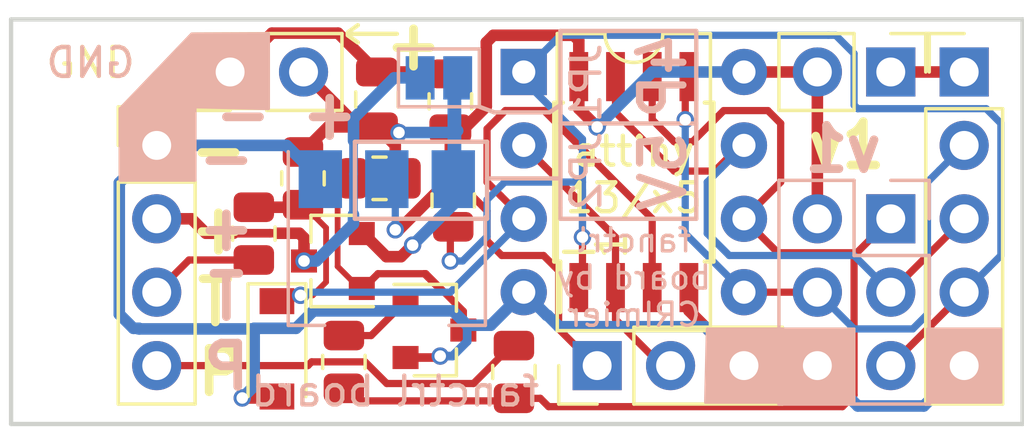
<source format=kicad_pcb>
(kicad_pcb (version 20171130) (host pcbnew 5.1.5+dfsg1-2build2)

  (general
    (thickness 1.6)
    (drawings 49)
    (tracks 248)
    (zones 0)
    (modules 25)
    (nets 16)
  )

  (page A4)
  (layers
    (0 F.Cu signal)
    (31 B.Cu signal)
    (32 B.Adhes user)
    (33 F.Adhes user)
    (34 B.Paste user)
    (35 F.Paste user)
    (36 B.SilkS user)
    (37 F.SilkS user)
    (38 B.Mask user)
    (39 F.Mask user)
    (40 Dwgs.User user)
    (41 Cmts.User user)
    (42 Eco1.User user)
    (43 Eco2.User user)
    (44 Edge.Cuts user)
    (45 Margin user)
    (46 B.CrtYd user)
    (47 F.CrtYd user)
    (48 B.Fab user hide)
    (49 F.Fab user hide)
  )

  (setup
    (last_trace_width 0.3)
    (user_trace_width 0.2)
    (user_trace_width 0.3)
    (user_trace_width 0.4)
    (trace_clearance 0.2)
    (zone_clearance 0.508)
    (zone_45_only no)
    (trace_min 0.2)
    (via_size 0.6)
    (via_drill 0.4)
    (via_min_size 0.4)
    (via_min_drill 0.3)
    (uvia_size 0.3)
    (uvia_drill 0.1)
    (uvias_allowed no)
    (uvia_min_size 0.2)
    (uvia_min_drill 0.1)
    (edge_width 0.15)
    (segment_width 0.2)
    (pcb_text_width 0.3)
    (pcb_text_size 1.5 1.5)
    (mod_edge_width 0.15)
    (mod_text_size 1 1)
    (mod_text_width 0.15)
    (pad_size 1.524 1.524)
    (pad_drill 0.762)
    (pad_to_mask_clearance 0.2)
    (aux_axis_origin 159.5 82)
    (visible_elements FFFFFF7F)
    (pcbplotparams
      (layerselection 0x010fc_ffffffff)
      (usegerberextensions true)
      (usegerberattributes true)
      (usegerberadvancedattributes false)
      (creategerberjobfile false)
      (excludeedgelayer true)
      (linewidth 0.100000)
      (plotframeref false)
      (viasonmask false)
      (mode 1)
      (useauxorigin true)
      (hpglpennumber 1)
      (hpglpenspeed 20)
      (hpglpendiameter 15.000000)
      (psnegative false)
      (psa4output false)
      (plotreference false)
      (plotvalue false)
      (plotinvisibletext false)
      (padsonsilk false)
      (subtractmaskfromsilk true)
      (outputformat 1)
      (mirror false)
      (drillshape 0)
      (scaleselection 1)
      (outputdirectory "gerbers/"))
  )

  (net 0 "")
  (net 1 GND)
  (net 2 VCC)
  (net 3 RST)
  (net 4 SCK)
  (net 5 SDA)
  (net 6 "Net-(J1-Pad1)")
  (net 7 PWM)
  (net 8 TACH)
  (net 9 POT)
  (net 10 +5V)
  (net 11 "Net-(Q1-Pad1)")
  (net 12 "Net-(Q2-Pad1)")
  (net 13 /PWM_OUT)
  (net 14 /TACH_IN)
  (net 15 /VCC_OUT)

  (net_class Default "This is the default net class."
    (clearance 0.2)
    (trace_width 0.25)
    (via_dia 0.6)
    (via_drill 0.4)
    (uvia_dia 0.3)
    (uvia_drill 0.1)
    (add_net +5V)
    (add_net /PWM_OUT)
    (add_net /TACH_IN)
    (add_net /VCC_OUT)
    (add_net GND)
    (add_net "Net-(J1-Pad1)")
    (add_net "Net-(Q1-Pad1)")
    (add_net "Net-(Q2-Pad1)")
    (add_net POT)
    (add_net PWM)
    (add_net RST)
    (add_net SCK)
    (add_net SDA)
    (add_net TACH)
    (add_net VCC)
  )

  (module Package_TO_SOT_SMD:SOT-23 (layer F.Cu) (tedit 5A02FF57) (tstamp 616DEB86)
    (at 139.15 92.75)
    (descr "SOT-23, Standard")
    (tags SOT-23)
    (path /616F7FA8)
    (attr smd)
    (fp_text reference Q2 (at 0 -2.5) (layer F.SilkS) hide
      (effects (font (size 1 1) (thickness 0.15)))
    )
    (fp_text value BC817 (at 0 2.5) (layer F.Fab)
      (effects (font (size 1 1) (thickness 0.15)))
    )
    (fp_line (start 0.76 1.58) (end -0.7 1.58) (layer F.SilkS) (width 0.12))
    (fp_line (start 0.76 -1.58) (end -1.4 -1.58) (layer F.SilkS) (width 0.12))
    (fp_line (start -1.7 1.75) (end -1.7 -1.75) (layer F.CrtYd) (width 0.05))
    (fp_line (start 1.7 1.75) (end -1.7 1.75) (layer F.CrtYd) (width 0.05))
    (fp_line (start 1.7 -1.75) (end 1.7 1.75) (layer F.CrtYd) (width 0.05))
    (fp_line (start -1.7 -1.75) (end 1.7 -1.75) (layer F.CrtYd) (width 0.05))
    (fp_line (start 0.76 -1.58) (end 0.76 -0.65) (layer F.SilkS) (width 0.12))
    (fp_line (start 0.76 1.58) (end 0.76 0.65) (layer F.SilkS) (width 0.12))
    (fp_line (start -0.7 1.52) (end 0.7 1.52) (layer F.Fab) (width 0.1))
    (fp_line (start 0.7 -1.52) (end 0.7 1.52) (layer F.Fab) (width 0.1))
    (fp_line (start -0.7 -0.95) (end -0.15 -1.52) (layer F.Fab) (width 0.1))
    (fp_line (start -0.15 -1.52) (end 0.7 -1.52) (layer F.Fab) (width 0.1))
    (fp_line (start -0.7 -0.95) (end -0.7 1.5) (layer F.Fab) (width 0.1))
    (fp_text user %R (at 0 0 90) (layer F.Fab)
      (effects (font (size 0.5 0.5) (thickness 0.075)))
    )
    (pad 3 smd rect (at 1 0) (size 0.9 0.8) (layers F.Cu F.Paste F.Mask)
      (net 11 "Net-(Q1-Pad1)"))
    (pad 2 smd rect (at -1 0.95) (size 0.9 0.8) (layers F.Cu F.Paste F.Mask)
      (net 1 GND))
    (pad 1 smd rect (at -1 -0.95) (size 0.9 0.8) (layers F.Cu F.Paste F.Mask)
      (net 12 "Net-(Q2-Pad1)"))
    (model ${KISYS3DMOD}/Package_TO_SOT_SMD.3dshapes/SOT-23.wrl
      (at (xyz 0 0 0))
      (scale (xyz 1 1 1))
      (rotate (xyz 0 0 0))
    )
  )

  (module Resistor_SMD:R_0805_2012Metric (layer F.Cu) (tedit 5F68FEEE) (tstamp 616D7CDD)
    (at 134.6 87.5 270)
    (descr "Resistor SMD 0805 (2012 Metric), square (rectangular) end terminal, IPC_7351 nominal, (Body size source: IPC-SM-782 page 72, https://www.pcb-3d.com/wordpress/wp-content/uploads/ipc-sm-782a_amendment_1_and_2.pdf), generated with kicad-footprint-generator")
    (tags resistor)
    (path /616E6E98)
    (attr smd)
    (fp_text reference R6 (at 0 -1.65 90) (layer F.SilkS) hide
      (effects (font (size 1 1) (thickness 0.15)))
    )
    (fp_text value 10K (at 0 1.65 90) (layer F.Fab)
      (effects (font (size 1 1) (thickness 0.15)))
    )
    (fp_text user %R (at 0 0 90) (layer F.Fab)
      (effects (font (size 0.5 0.5) (thickness 0.08)))
    )
    (fp_line (start 1.68 0.95) (end -1.68 0.95) (layer F.CrtYd) (width 0.05))
    (fp_line (start 1.68 -0.95) (end 1.68 0.95) (layer F.CrtYd) (width 0.05))
    (fp_line (start -1.68 -0.95) (end 1.68 -0.95) (layer F.CrtYd) (width 0.05))
    (fp_line (start -1.68 0.95) (end -1.68 -0.95) (layer F.CrtYd) (width 0.05))
    (fp_line (start -0.227064 0.735) (end 0.227064 0.735) (layer F.SilkS) (width 0.12))
    (fp_line (start -0.227064 -0.735) (end 0.227064 -0.735) (layer F.SilkS) (width 0.12))
    (fp_line (start 1 0.625) (end -1 0.625) (layer F.Fab) (width 0.1))
    (fp_line (start 1 -0.625) (end 1 0.625) (layer F.Fab) (width 0.1))
    (fp_line (start -1 -0.625) (end 1 -0.625) (layer F.Fab) (width 0.1))
    (fp_line (start -1 0.625) (end -1 -0.625) (layer F.Fab) (width 0.1))
    (pad 2 smd roundrect (at 0.9125 0 270) (size 1.025 1.4) (layers F.Cu F.Paste F.Mask) (roundrect_rratio 0.243902)
      (net 8 TACH))
    (pad 1 smd roundrect (at -0.9125 0 270) (size 1.025 1.4) (layers F.Cu F.Paste F.Mask) (roundrect_rratio 0.243902)
      (net 2 VCC))
    (model ${KISYS3DMOD}/Resistor_SMD.3dshapes/R_0805_2012Metric.wrl
      (at (xyz 0 0 0))
      (scale (xyz 1 1 1))
      (rotate (xyz 0 0 0))
    )
  )

  (module MountingHole:MountingHole_2.1mm (layer F.Cu) (tedit 5B924765) (tstamp 61598540)
    (at 126.492 91.44)
    (descr "Mounting Hole 2.1mm, no annular")
    (tags "mounting hole 2.1mm no annular")
    (path /615C7BDF)
    (attr virtual)
    (fp_text reference H4 (at 0 -3.2) (layer F.SilkS) hide
      (effects (font (size 1 1) (thickness 0.15)))
    )
    (fp_text value MountingHole (at 0 3.2) (layer F.Fab)
      (effects (font (size 1 1) (thickness 0.15)))
    )
    (fp_circle (center 0 0) (end 2.35 0) (layer F.CrtYd) (width 0.05))
    (fp_circle (center 0 0) (end 2.1 0) (layer Cmts.User) (width 0.15))
    (fp_text user %R (at 0.3 0) (layer F.Fab)
      (effects (font (size 1 1) (thickness 0.15)))
    )
    (pad "" np_thru_hole circle (at 0 0) (size 2.1 2.1) (drill 2.1) (layers *.Cu *.Mask))
  )

  (module MountingHole:MountingHole_2.1mm (layer F.Cu) (tedit 5B924765) (tstamp 61598538)
    (at 126.492 86.36)
    (descr "Mounting Hole 2.1mm, no annular")
    (tags "mounting hole 2.1mm no annular")
    (path /615C7A86)
    (attr virtual)
    (fp_text reference H3 (at 0 -3.2) (layer F.SilkS) hide
      (effects (font (size 1 1) (thickness 0.15)))
    )
    (fp_text value MountingHole (at 0 3.2) (layer F.Fab)
      (effects (font (size 1 1) (thickness 0.15)))
    )
    (fp_circle (center 0 0) (end 2.35 0) (layer F.CrtYd) (width 0.05))
    (fp_circle (center 0 0) (end 2.1 0) (layer Cmts.User) (width 0.15))
    (fp_text user %R (at 0.3 0) (layer F.Fab)
      (effects (font (size 1 1) (thickness 0.15)))
    )
    (pad "" np_thru_hole circle (at 0 0) (size 2.1 2.1) (drill 2.1) (layers *.Cu *.Mask))
  )

  (module MountingHole:MountingHole_2.1mm (layer F.Cu) (tedit 5B924765) (tstamp 61598530)
    (at 126.492 93.98)
    (descr "Mounting Hole 2.1mm, no annular")
    (tags "mounting hole 2.1mm no annular")
    (path /615C788A)
    (attr virtual)
    (fp_text reference H2 (at 0 -3.2) (layer F.SilkS) hide
      (effects (font (size 1 1) (thickness 0.15)))
    )
    (fp_text value MountingHole (at 0 3.2) (layer F.Fab)
      (effects (font (size 1 1) (thickness 0.15)))
    )
    (fp_circle (center 0 0) (end 2.35 0) (layer F.CrtYd) (width 0.05))
    (fp_circle (center 0 0) (end 2.1 0) (layer Cmts.User) (width 0.15))
    (fp_text user %R (at 0.3 0) (layer F.Fab)
      (effects (font (size 1 1) (thickness 0.15)))
    )
    (pad "" np_thru_hole circle (at 0 0) (size 2.1 2.1) (drill 2.1) (layers *.Cu *.Mask))
  )

  (module MountingHole:MountingHole_2.1mm (layer F.Cu) (tedit 5B924765) (tstamp 61598528)
    (at 126.492 88.9)
    (descr "Mounting Hole 2.1mm, no annular")
    (tags "mounting hole 2.1mm no annular")
    (path /615C773F)
    (attr virtual)
    (fp_text reference H1 (at 0 -3.2) (layer F.SilkS) hide
      (effects (font (size 1 1) (thickness 0.15)))
    )
    (fp_text value MountingHole (at 0 3.2) (layer F.Fab)
      (effects (font (size 1 1) (thickness 0.15)))
    )
    (fp_circle (center 0 0) (end 2.35 0) (layer F.CrtYd) (width 0.05))
    (fp_circle (center 0 0) (end 2.1 0) (layer Cmts.User) (width 0.15))
    (fp_text user %R (at 0.3 0) (layer F.Fab)
      (effects (font (size 1 1) (thickness 0.15)))
    )
    (pad "" np_thru_hole circle (at 0 0) (size 2.1 2.1) (drill 2.1) (layers *.Cu *.Mask))
  )

  (module Resistor_SMD:R_0805_2012Metric (layer F.Cu) (tedit 5F68FEEE) (tstamp 61596A3E)
    (at 141.9 94.2 270)
    (descr "Resistor SMD 0805 (2012 Metric), square (rectangular) end terminal, IPC_7351 nominal, (Body size source: IPC-SM-782 page 72, https://www.pcb-3d.com/wordpress/wp-content/uploads/ipc-sm-782a_amendment_1_and_2.pdf), generated with kicad-footprint-generator")
    (tags resistor)
    (path /615AF729)
    (attr smd)
    (fp_text reference R5 (at 0 -1.65 90) (layer F.SilkS) hide
      (effects (font (size 1 1) (thickness 0.15)))
    )
    (fp_text value 1K (at 0 1.65 90) (layer F.Fab)
      (effects (font (size 1 1) (thickness 0.15)))
    )
    (fp_text user %R (at 0 0 90) (layer F.Fab)
      (effects (font (size 0.5 0.5) (thickness 0.08)))
    )
    (fp_line (start 1.68 0.95) (end -1.68 0.95) (layer F.CrtYd) (width 0.05))
    (fp_line (start 1.68 -0.95) (end 1.68 0.95) (layer F.CrtYd) (width 0.05))
    (fp_line (start -1.68 -0.95) (end 1.68 -0.95) (layer F.CrtYd) (width 0.05))
    (fp_line (start -1.68 0.95) (end -1.68 -0.95) (layer F.CrtYd) (width 0.05))
    (fp_line (start -0.227064 0.735) (end 0.227064 0.735) (layer F.SilkS) (width 0.12))
    (fp_line (start -0.227064 -0.735) (end 0.227064 -0.735) (layer F.SilkS) (width 0.12))
    (fp_line (start 1 0.625) (end -1 0.625) (layer F.Fab) (width 0.1))
    (fp_line (start 1 -0.625) (end 1 0.625) (layer F.Fab) (width 0.1))
    (fp_line (start -1 -0.625) (end 1 -0.625) (layer F.Fab) (width 0.1))
    (fp_line (start -1 0.625) (end -1 -0.625) (layer F.Fab) (width 0.1))
    (pad 2 smd roundrect (at 0.9125 0 270) (size 1.025 1.4) (layers F.Cu F.Paste F.Mask) (roundrect_rratio 0.243902)
      (net 7 PWM))
    (pad 1 smd roundrect (at -0.9125 0 270) (size 1.025 1.4) (layers F.Cu F.Paste F.Mask) (roundrect_rratio 0.243902)
      (net 13 /PWM_OUT))
    (model ${KISYS3DMOD}/Resistor_SMD.3dshapes/R_0805_2012Metric.wrl
      (at (xyz 0 0 0))
      (scale (xyz 1 1 1))
      (rotate (xyz 0 0 0))
    )
  )

  (module Resistor_SMD:R_0805_2012Metric (layer F.Cu) (tedit 5F68FEEE) (tstamp 6158BB66)
    (at 132.9 89.4125 270)
    (descr "Resistor SMD 0805 (2012 Metric), square (rectangular) end terminal, IPC_7351 nominal, (Body size source: IPC-SM-782 page 72, https://www.pcb-3d.com/wordpress/wp-content/uploads/ipc-sm-782a_amendment_1_and_2.pdf), generated with kicad-footprint-generator")
    (tags resistor)
    (path /615A8701)
    (attr smd)
    (fp_text reference R4 (at 0 -1.65 90) (layer F.SilkS) hide
      (effects (font (size 1 1) (thickness 0.15)))
    )
    (fp_text value 1K (at 0 1.65 90) (layer F.Fab)
      (effects (font (size 1 1) (thickness 0.15)))
    )
    (fp_text user %R (at 0 0 90) (layer F.Fab)
      (effects (font (size 0.5 0.5) (thickness 0.08)))
    )
    (fp_line (start 1.68 0.95) (end -1.68 0.95) (layer F.CrtYd) (width 0.05))
    (fp_line (start 1.68 -0.95) (end 1.68 0.95) (layer F.CrtYd) (width 0.05))
    (fp_line (start -1.68 -0.95) (end 1.68 -0.95) (layer F.CrtYd) (width 0.05))
    (fp_line (start -1.68 0.95) (end -1.68 -0.95) (layer F.CrtYd) (width 0.05))
    (fp_line (start -0.227064 0.735) (end 0.227064 0.735) (layer F.SilkS) (width 0.12))
    (fp_line (start -0.227064 -0.735) (end 0.227064 -0.735) (layer F.SilkS) (width 0.12))
    (fp_line (start 1 0.625) (end -1 0.625) (layer F.Fab) (width 0.1))
    (fp_line (start 1 -0.625) (end 1 0.625) (layer F.Fab) (width 0.1))
    (fp_line (start -1 -0.625) (end 1 -0.625) (layer F.Fab) (width 0.1))
    (fp_line (start -1 0.625) (end -1 -0.625) (layer F.Fab) (width 0.1))
    (pad 2 smd roundrect (at 0.9125 0 270) (size 1.025 1.4) (layers F.Cu F.Paste F.Mask) (roundrect_rratio 0.243902)
      (net 14 /TACH_IN))
    (pad 1 smd roundrect (at -0.9125 0 270) (size 1.025 1.4) (layers F.Cu F.Paste F.Mask) (roundrect_rratio 0.243902)
      (net 8 TACH))
    (model ${KISYS3DMOD}/Resistor_SMD.3dshapes/R_0805_2012Metric.wrl
      (at (xyz 0 0 0))
      (scale (xyz 1 1 1))
      (rotate (xyz 0 0 0))
    )
  )

  (module Diode_SMD:D_SOD-123 (layer F.Cu) (tedit 58645DC7) (tstamp 6158B9C2)
    (at 133.7 93.4 270)
    (descr SOD-123)
    (tags SOD-123)
    (path /615ABAA1)
    (attr smd)
    (fp_text reference D1 (at 0 -2 90) (layer F.SilkS) hide
      (effects (font (size 1 1) (thickness 0.15)))
    )
    (fp_text value 5V1 (at 0 2.1 90) (layer F.Fab)
      (effects (font (size 1 1) (thickness 0.15)))
    )
    (fp_line (start -2.25 -1) (end 1.65 -1) (layer F.SilkS) (width 0.12))
    (fp_line (start -2.25 1) (end 1.65 1) (layer F.SilkS) (width 0.12))
    (fp_line (start -2.35 -1.15) (end -2.35 1.15) (layer F.CrtYd) (width 0.05))
    (fp_line (start 2.35 1.15) (end -2.35 1.15) (layer F.CrtYd) (width 0.05))
    (fp_line (start 2.35 -1.15) (end 2.35 1.15) (layer F.CrtYd) (width 0.05))
    (fp_line (start -2.35 -1.15) (end 2.35 -1.15) (layer F.CrtYd) (width 0.05))
    (fp_line (start -1.4 -0.9) (end 1.4 -0.9) (layer F.Fab) (width 0.1))
    (fp_line (start 1.4 -0.9) (end 1.4 0.9) (layer F.Fab) (width 0.1))
    (fp_line (start 1.4 0.9) (end -1.4 0.9) (layer F.Fab) (width 0.1))
    (fp_line (start -1.4 0.9) (end -1.4 -0.9) (layer F.Fab) (width 0.1))
    (fp_line (start -0.75 0) (end -0.35 0) (layer F.Fab) (width 0.1))
    (fp_line (start -0.35 0) (end -0.35 -0.55) (layer F.Fab) (width 0.1))
    (fp_line (start -0.35 0) (end -0.35 0.55) (layer F.Fab) (width 0.1))
    (fp_line (start -0.35 0) (end 0.25 -0.4) (layer F.Fab) (width 0.1))
    (fp_line (start 0.25 -0.4) (end 0.25 0.4) (layer F.Fab) (width 0.1))
    (fp_line (start 0.25 0.4) (end -0.35 0) (layer F.Fab) (width 0.1))
    (fp_line (start 0.25 0) (end 0.75 0) (layer F.Fab) (width 0.1))
    (fp_line (start -2.25 -1) (end -2.25 1) (layer F.SilkS) (width 0.12))
    (fp_text user %R (at 0 -2 90) (layer F.Fab)
      (effects (font (size 1 1) (thickness 0.15)))
    )
    (pad 2 smd rect (at 1.65 0 270) (size 0.9 1.2) (layers F.Cu F.Paste F.Mask)
      (net 1 GND))
    (pad 1 smd rect (at -1.65 0 270) (size 0.9 1.2) (layers F.Cu F.Paste F.Mask)
      (net 8 TACH))
    (model ${KISYS3DMOD}/Diode_SMD.3dshapes/D_SOD-123.wrl
      (at (xyz 0 0 0))
      (scale (xyz 1 1 1))
      (rotate (xyz 0 0 0))
    )
  )

  (module Connector_PinHeader_2.54mm:PinHeader_1x02_P2.54mm_Vertical (layer F.Cu) (tedit 59FED5CC) (tstamp 615873D7)
    (at 154.94 83.82 270)
    (descr "Through hole straight pin header, 1x02, 2.54mm pitch, single row")
    (tags "Through hole pin header THT 1x02 2.54mm single row")
    (path /6158EB66)
    (fp_text reference J6 (at 0 -2.33 90) (layer F.SilkS) hide
      (effects (font (size 1 1) (thickness 0.15)))
    )
    (fp_text value I2C_PWR (at 0 4.87 90) (layer F.Fab)
      (effects (font (size 1 1) (thickness 0.15)))
    )
    (fp_text user %R (at 0 1.27) (layer F.Fab)
      (effects (font (size 1 1) (thickness 0.15)))
    )
    (fp_line (start 1.8 -1.8) (end -1.8 -1.8) (layer F.CrtYd) (width 0.05))
    (fp_line (start 1.8 4.35) (end 1.8 -1.8) (layer F.CrtYd) (width 0.05))
    (fp_line (start -1.8 4.35) (end 1.8 4.35) (layer F.CrtYd) (width 0.05))
    (fp_line (start -1.8 -1.8) (end -1.8 4.35) (layer F.CrtYd) (width 0.05))
    (fp_line (start -1.33 -1.33) (end 0 -1.33) (layer F.SilkS) (width 0.12))
    (fp_line (start -1.33 0) (end -1.33 -1.33) (layer F.SilkS) (width 0.12))
    (fp_line (start -1.33 1.27) (end 1.33 1.27) (layer F.SilkS) (width 0.12))
    (fp_line (start 1.33 1.27) (end 1.33 3.87) (layer F.SilkS) (width 0.12))
    (fp_line (start -1.33 1.27) (end -1.33 3.87) (layer F.SilkS) (width 0.12))
    (fp_line (start -1.33 3.87) (end 1.33 3.87) (layer F.SilkS) (width 0.12))
    (fp_line (start -1.27 -0.635) (end -0.635 -1.27) (layer F.Fab) (width 0.1))
    (fp_line (start -1.27 3.81) (end -1.27 -0.635) (layer F.Fab) (width 0.1))
    (fp_line (start 1.27 3.81) (end -1.27 3.81) (layer F.Fab) (width 0.1))
    (fp_line (start 1.27 -1.27) (end 1.27 3.81) (layer F.Fab) (width 0.1))
    (fp_line (start -0.635 -1.27) (end 1.27 -1.27) (layer F.Fab) (width 0.1))
    (pad 2 thru_hole oval (at 0 2.54 270) (size 1.7 1.7) (drill 1) (layers *.Cu *.Mask)
      (net 10 +5V))
    (pad 1 thru_hole rect (at 0 0 270) (size 1.7 1.7) (drill 1) (layers *.Cu *.Mask)
      (net 6 "Net-(J1-Pad1)"))
    (model ${KISYS3DMOD}/Connector_PinHeader_2.54mm.3dshapes/PinHeader_1x02_P2.54mm_Vertical.wrl
      (at (xyz 0 0 0))
      (scale (xyz 1 1 1))
      (rotate (xyz 0 0 0))
    )
  )

  (module Connector_PinHeader_2.54mm:PinHeader_1x02_P2.54mm_Vertical (layer F.Cu) (tedit 59FED5CC) (tstamp 6157FEA0)
    (at 132.08 83.82 90)
    (descr "Through hole straight pin header, 1x02, 2.54mm pitch, single row")
    (tags "Through hole pin header THT 1x02 2.54mm single row")
    (path /61629A09)
    (fp_text reference J5 (at 0 -2.33 90) (layer F.SilkS) hide
      (effects (font (size 1 1) (thickness 0.15)))
    )
    (fp_text value PWR (at 0 4.87 90) (layer F.Fab)
      (effects (font (size 1 1) (thickness 0.15)))
    )
    (fp_text user %R (at 0 1.27) (layer F.Fab)
      (effects (font (size 1 1) (thickness 0.15)))
    )
    (fp_line (start 1.8 -1.8) (end -1.8 -1.8) (layer F.CrtYd) (width 0.05))
    (fp_line (start 1.8 4.35) (end 1.8 -1.8) (layer F.CrtYd) (width 0.05))
    (fp_line (start -1.8 4.35) (end 1.8 4.35) (layer F.CrtYd) (width 0.05))
    (fp_line (start -1.8 -1.8) (end -1.8 4.35) (layer F.CrtYd) (width 0.05))
    (fp_line (start -1.33 -1.33) (end 0 -1.33) (layer F.SilkS) (width 0.12))
    (fp_line (start -1.33 0) (end -1.33 -1.33) (layer F.SilkS) (width 0.12))
    (fp_line (start -1.33 1.27) (end 1.33 1.27) (layer F.SilkS) (width 0.12))
    (fp_line (start 1.33 1.27) (end 1.33 3.87) (layer F.SilkS) (width 0.12))
    (fp_line (start -1.33 1.27) (end -1.33 3.87) (layer F.SilkS) (width 0.12))
    (fp_line (start -1.33 3.87) (end 1.33 3.87) (layer F.SilkS) (width 0.12))
    (fp_line (start -1.27 -0.635) (end -0.635 -1.27) (layer F.Fab) (width 0.1))
    (fp_line (start -1.27 3.81) (end -1.27 -0.635) (layer F.Fab) (width 0.1))
    (fp_line (start 1.27 3.81) (end -1.27 3.81) (layer F.Fab) (width 0.1))
    (fp_line (start 1.27 -1.27) (end 1.27 3.81) (layer F.Fab) (width 0.1))
    (fp_line (start -0.635 -1.27) (end 1.27 -1.27) (layer F.Fab) (width 0.1))
    (pad 2 thru_hole oval (at 0 2.54 90) (size 1.7 1.7) (drill 1) (layers *.Cu *.Mask)
      (net 2 VCC))
    (pad 1 thru_hole rect (at 0 0 90) (size 1.7 1.7) (drill 1) (layers *.Cu *.Mask)
      (net 1 GND))
    (model ${KISYS3DMOD}/Connector_PinHeader_2.54mm.3dshapes/PinHeader_1x02_P2.54mm_Vertical.wrl
      (at (xyz 0 0 0))
      (scale (xyz 1 1 1))
      (rotate (xyz 0 0 0))
    )
  )

  (module Package_TO_SOT_SMD:SOT-223-3_TabPin2 (layer B.Cu) (tedit 61579ADE) (tstamp 6157E6FA)
    (at 137.5016 90.6784 270)
    (descr "module CMS SOT223 4 pins")
    (tags "CMS SOT")
    (path /615AFE6E)
    (attr smd)
    (fp_text reference U1 (at 0 4.5 270) (layer B.SilkS) hide
      (effects (font (size 1 1) (thickness 0.15)) (justify mirror))
    )
    (fp_text value LM1117-5.0 (at 0 -4.5 270) (layer B.Fab)
      (effects (font (size 1 1) (thickness 0.15)) (justify mirror))
    )
    (fp_line (start 1.85 3.35) (end 1.85 -3.35) (layer B.Fab) (width 0.1))
    (fp_line (start -1.85 -3.35) (end 1.85 -3.35) (layer B.Fab) (width 0.1))
    (fp_line (start -4.1 3.41) (end 1.91 3.41) (layer B.SilkS) (width 0.12))
    (fp_line (start -0.85 3.35) (end 1.85 3.35) (layer B.Fab) (width 0.1))
    (fp_line (start -1.85 -3.41) (end 1.91 -3.41) (layer B.SilkS) (width 0.12))
    (fp_line (start -1.85 2.35) (end -1.85 -3.35) (layer B.Fab) (width 0.1))
    (fp_line (start -1.85 2.35) (end -0.85 3.35) (layer B.Fab) (width 0.1))
    (fp_line (start -4.4 3.6) (end -4.4 -3.6) (layer B.CrtYd) (width 0.05))
    (fp_line (start -4.4 -3.6) (end 4.4 -3.6) (layer B.CrtYd) (width 0.05))
    (fp_line (start 4.4 -3.6) (end 4.4 3.6) (layer B.CrtYd) (width 0.05))
    (fp_line (start 4.4 3.6) (end -4.4 3.6) (layer B.CrtYd) (width 0.05))
    (fp_line (start 1.91 3.41) (end 1.91 2.15) (layer B.SilkS) (width 0.12))
    (fp_line (start 1.91 -3.41) (end 1.91 -2.15) (layer B.SilkS) (width 0.12))
    (fp_text user %R (at 0 0 180) (layer B.Fab)
      (effects (font (size 0.8 0.8) (thickness 0.12)) (justify mirror))
    )
    (pad 1 smd rect (at -3.15 2.3 270) (size 2 1.5) (layers B.Cu B.Paste B.Mask)
      (net 1 GND))
    (pad 3 smd rect (at -3.15 -2.3 270) (size 2 1.5) (layers B.Cu B.Paste B.Mask)
      (net 2 VCC))
    (pad 2 smd rect (at -3.15 0 270) (size 2 1.5) (layers B.Cu B.Paste B.Mask)
      (net 10 +5V))
    (model ${KISYS3DMOD}/Package_TO_SOT_SMD.3dshapes/SOT-223.wrl
      (at (xyz 0 0 0))
      (scale (xyz 1 1 1))
      (rotate (xyz 0 0 0))
    )
  )

  (module Package_SO:SOIC-8W_5.3x5.3mm_P1.27mm (layer F.Cu) (tedit 5A02F2D3) (tstamp 6157E733)
    (at 146.05 87.63 90)
    (descr "8-Lead Plastic Small Outline (SM) - 5.28 mm Body [SOIC] (http://ww1.microchip.com/downloads/en/PackagingSpec/00000049BQ.pdf)")
    (tags "SOIC 1.27")
    (path /615959AF)
    (attr smd)
    (fp_text reference U3 (at 0 -3.68 90) (layer F.SilkS) hide
      (effects (font (size 1 1) (thickness 0.15)))
    )
    (fp_text value ATtiny13V-10S (at 0 3.68 90) (layer F.Fab)
      (effects (font (size 1 1) (thickness 0.15)))
    )
    (fp_line (start -2.75 -2.55) (end -4.5 -2.55) (layer F.SilkS) (width 0.15))
    (fp_line (start -2.75 2.755) (end 2.75 2.755) (layer F.SilkS) (width 0.15))
    (fp_line (start -2.75 -2.755) (end 2.75 -2.755) (layer F.SilkS) (width 0.15))
    (fp_line (start -2.75 2.755) (end -2.75 2.455) (layer F.SilkS) (width 0.15))
    (fp_line (start 2.75 2.755) (end 2.75 2.455) (layer F.SilkS) (width 0.15))
    (fp_line (start 2.75 -2.755) (end 2.75 -2.455) (layer F.SilkS) (width 0.15))
    (fp_line (start -2.75 -2.755) (end -2.75 -2.55) (layer F.SilkS) (width 0.15))
    (fp_line (start -4.75 2.95) (end 4.75 2.95) (layer F.CrtYd) (width 0.05))
    (fp_line (start -4.75 -2.95) (end 4.75 -2.95) (layer F.CrtYd) (width 0.05))
    (fp_line (start 4.75 -2.95) (end 4.75 2.95) (layer F.CrtYd) (width 0.05))
    (fp_line (start -4.75 -2.95) (end -4.75 2.95) (layer F.CrtYd) (width 0.05))
    (fp_line (start -2.65 -1.65) (end -1.65 -2.65) (layer F.Fab) (width 0.15))
    (fp_line (start -2.65 2.65) (end -2.65 -1.65) (layer F.Fab) (width 0.15))
    (fp_line (start 2.65 2.65) (end -2.65 2.65) (layer F.Fab) (width 0.15))
    (fp_line (start 2.65 -2.65) (end 2.65 2.65) (layer F.Fab) (width 0.15))
    (fp_line (start -1.65 -2.65) (end 2.65 -2.65) (layer F.Fab) (width 0.15))
    (fp_text user %R (at 0 0 90) (layer F.Fab)
      (effects (font (size 1 1) (thickness 0.15)))
    )
    (pad 8 smd rect (at 3.65 -1.905 90) (size 1.7 0.65) (layers F.Cu F.Paste F.Mask)
      (net 10 +5V))
    (pad 7 smd rect (at 3.65 -0.635 90) (size 1.7 0.65) (layers F.Cu F.Paste F.Mask)
      (net 4 SCK))
    (pad 6 smd rect (at 3.65 0.635 90) (size 1.7 0.65) (layers F.Cu F.Paste F.Mask)
      (net 7 PWM))
    (pad 5 smd rect (at 3.65 1.905 90) (size 1.7 0.65) (layers F.Cu F.Paste F.Mask)
      (net 5 SDA))
    (pad 4 smd rect (at -3.65 1.905 90) (size 1.7 0.65) (layers F.Cu F.Paste F.Mask)
      (net 1 GND))
    (pad 3 smd rect (at -3.65 0.635 90) (size 1.7 0.65) (layers F.Cu F.Paste F.Mask)
      (net 8 TACH))
    (pad 2 smd rect (at -3.65 -0.635 90) (size 1.7 0.65) (layers F.Cu F.Paste F.Mask)
      (net 9 POT))
    (pad 1 smd rect (at -3.65 -1.905 90) (size 1.7 0.65) (layers F.Cu F.Paste F.Mask)
      (net 3 RST))
    (model ${KISYS3DMOD}/Package_SO.3dshapes/SOIC-8W_5.3x5.3mm_P1.27mm.wrl
      (at (xyz 0 0 0))
      (scale (xyz 1 1 1))
      (rotate (xyz 0 0 0))
    )
  )

  (module Package_DIP:DIP-8_W7.62mm (layer F.Cu) (tedit 5A02E8C5) (tstamp 6157E716)
    (at 142.24 83.82)
    (descr "8-lead though-hole mounted DIP package, row spacing 7.62 mm (300 mils)")
    (tags "THT DIP DIL PDIP 2.54mm 7.62mm 300mil")
    (path /615963D2)
    (fp_text reference U2 (at 3.81 -2.33) (layer F.SilkS) hide
      (effects (font (size 1 1) (thickness 0.15)))
    )
    (fp_text value ATtiny45-20P (at 3.81 9.95) (layer F.Fab)
      (effects (font (size 1 1) (thickness 0.15)))
    )
    (fp_text user %R (at 3.81 3.81) (layer F.Fab)
      (effects (font (size 1 1) (thickness 0.15)))
    )
    (fp_line (start 8.7 -1.55) (end -1.1 -1.55) (layer F.CrtYd) (width 0.05))
    (fp_line (start 8.7 9.15) (end 8.7 -1.55) (layer F.CrtYd) (width 0.05))
    (fp_line (start -1.1 9.15) (end 8.7 9.15) (layer F.CrtYd) (width 0.05))
    (fp_line (start -1.1 -1.55) (end -1.1 9.15) (layer F.CrtYd) (width 0.05))
    (fp_line (start 6.46 -1.33) (end 4.81 -1.33) (layer F.SilkS) (width 0.12))
    (fp_line (start 6.46 8.95) (end 6.46 -1.33) (layer F.SilkS) (width 0.12))
    (fp_line (start 1.16 8.95) (end 6.46 8.95) (layer F.SilkS) (width 0.12))
    (fp_line (start 1.16 -1.33) (end 1.16 8.95) (layer F.SilkS) (width 0.12))
    (fp_line (start 2.81 -1.33) (end 1.16 -1.33) (layer F.SilkS) (width 0.12))
    (fp_line (start 0.635 -0.27) (end 1.635 -1.27) (layer F.Fab) (width 0.1))
    (fp_line (start 0.635 8.89) (end 0.635 -0.27) (layer F.Fab) (width 0.1))
    (fp_line (start 6.985 8.89) (end 0.635 8.89) (layer F.Fab) (width 0.1))
    (fp_line (start 6.985 -1.27) (end 6.985 8.89) (layer F.Fab) (width 0.1))
    (fp_line (start 1.635 -1.27) (end 6.985 -1.27) (layer F.Fab) (width 0.1))
    (fp_arc (start 3.81 -1.33) (end 2.81 -1.33) (angle -180) (layer F.SilkS) (width 0.12))
    (pad 8 thru_hole oval (at 7.62 0) (size 1.6 1.6) (drill 0.8) (layers *.Cu *.Mask)
      (net 10 +5V))
    (pad 4 thru_hole oval (at 0 7.62) (size 1.6 1.6) (drill 0.8) (layers *.Cu *.Mask)
      (net 1 GND))
    (pad 7 thru_hole oval (at 7.62 2.54) (size 1.6 1.6) (drill 0.8) (layers *.Cu *.Mask)
      (net 4 SCK))
    (pad 3 thru_hole oval (at 0 5.08) (size 1.6 1.6) (drill 0.8) (layers *.Cu *.Mask)
      (net 8 TACH))
    (pad 6 thru_hole oval (at 7.62 5.08) (size 1.6 1.6) (drill 0.8) (layers *.Cu *.Mask)
      (net 7 PWM))
    (pad 2 thru_hole oval (at 0 2.54) (size 1.6 1.6) (drill 0.8) (layers *.Cu *.Mask)
      (net 9 POT))
    (pad 5 thru_hole oval (at 7.62 7.62) (size 1.6 1.6) (drill 0.8) (layers *.Cu *.Mask)
      (net 5 SDA))
    (pad 1 thru_hole rect (at 0 0) (size 1.6 1.6) (drill 0.8) (layers *.Cu *.Mask)
      (net 3 RST))
    (model ${KISYS3DMOD}/Package_DIP.3dshapes/DIP-8_W7.62mm.wrl
      (at (xyz 0 0 0))
      (scale (xyz 1 1 1))
      (rotate (xyz 0 0 0))
    )
  )

  (module Resistor_SMD:R_0805_2012Metric (layer F.Cu) (tedit 5F68FEEE) (tstamp 6157E6E4)
    (at 139.8 88.265 270)
    (descr "Resistor SMD 0805 (2012 Metric), square (rectangular) end terminal, IPC_7351 nominal, (Body size source: IPC-SM-782 page 72, https://www.pcb-3d.com/wordpress/wp-content/uploads/ipc-sm-782a_amendment_1_and_2.pdf), generated with kicad-footprint-generator")
    (tags resistor)
    (path /6159399C)
    (attr smd)
    (fp_text reference R3 (at 0 -1.65 90) (layer F.SilkS) hide
      (effects (font (size 1 1) (thickness 0.15)))
    )
    (fp_text value 10K (at 0 1.65 90) (layer F.Fab)
      (effects (font (size 1 1) (thickness 0.15)))
    )
    (fp_text user %R (at 0 0 90) (layer F.Fab)
      (effects (font (size 0.5 0.5) (thickness 0.08)))
    )
    (fp_line (start 1.68 0.95) (end -1.68 0.95) (layer F.CrtYd) (width 0.05))
    (fp_line (start 1.68 -0.95) (end 1.68 0.95) (layer F.CrtYd) (width 0.05))
    (fp_line (start -1.68 -0.95) (end 1.68 -0.95) (layer F.CrtYd) (width 0.05))
    (fp_line (start -1.68 0.95) (end -1.68 -0.95) (layer F.CrtYd) (width 0.05))
    (fp_line (start -0.227064 0.735) (end 0.227064 0.735) (layer F.SilkS) (width 0.12))
    (fp_line (start -0.227064 -0.735) (end 0.227064 -0.735) (layer F.SilkS) (width 0.12))
    (fp_line (start 1 0.625) (end -1 0.625) (layer F.Fab) (width 0.1))
    (fp_line (start 1 -0.625) (end 1 0.625) (layer F.Fab) (width 0.1))
    (fp_line (start -1 -0.625) (end 1 -0.625) (layer F.Fab) (width 0.1))
    (fp_line (start -1 0.625) (end -1 -0.625) (layer F.Fab) (width 0.1))
    (pad 2 smd roundrect (at 0.9125 0 270) (size 1.025 1.4) (layers F.Cu F.Paste F.Mask) (roundrect_rratio 0.243902)
      (net 3 RST))
    (pad 1 smd roundrect (at -0.9125 0 270) (size 1.025 1.4) (layers F.Cu F.Paste F.Mask) (roundrect_rratio 0.243902)
      (net 10 +5V))
    (model ${KISYS3DMOD}/Resistor_SMD.3dshapes/R_0805_2012Metric.wrl
      (at (xyz 0 0 0))
      (scale (xyz 1 1 1))
      (rotate (xyz 0 0 0))
    )
  )

  (module Resistor_SMD:R_0805_2012Metric (layer F.Cu) (tedit 5F68FEEE) (tstamp 6157E6D3)
    (at 136.017 93.853 90)
    (descr "Resistor SMD 0805 (2012 Metric), square (rectangular) end terminal, IPC_7351 nominal, (Body size source: IPC-SM-782 page 72, https://www.pcb-3d.com/wordpress/wp-content/uploads/ipc-sm-782a_amendment_1_and_2.pdf), generated with kicad-footprint-generator")
    (tags resistor)
    (path /615E0AFC)
    (attr smd)
    (fp_text reference R2 (at 0 -1.65 90) (layer F.SilkS) hide
      (effects (font (size 1 1) (thickness 0.15)))
    )
    (fp_text value 1K (at 0 1.65 90) (layer F.Fab)
      (effects (font (size 1 1) (thickness 0.15)))
    )
    (fp_text user %R (at 0 0 90) (layer F.Fab)
      (effects (font (size 0.5 0.5) (thickness 0.08)))
    )
    (fp_line (start 1.68 0.95) (end -1.68 0.95) (layer F.CrtYd) (width 0.05))
    (fp_line (start 1.68 -0.95) (end 1.68 0.95) (layer F.CrtYd) (width 0.05))
    (fp_line (start -1.68 -0.95) (end 1.68 -0.95) (layer F.CrtYd) (width 0.05))
    (fp_line (start -1.68 0.95) (end -1.68 -0.95) (layer F.CrtYd) (width 0.05))
    (fp_line (start -0.227064 0.735) (end 0.227064 0.735) (layer F.SilkS) (width 0.12))
    (fp_line (start -0.227064 -0.735) (end 0.227064 -0.735) (layer F.SilkS) (width 0.12))
    (fp_line (start 1 0.625) (end -1 0.625) (layer F.Fab) (width 0.1))
    (fp_line (start 1 -0.625) (end 1 0.625) (layer F.Fab) (width 0.1))
    (fp_line (start -1 -0.625) (end 1 -0.625) (layer F.Fab) (width 0.1))
    (fp_line (start -1 0.625) (end -1 -0.625) (layer F.Fab) (width 0.1))
    (pad 2 smd roundrect (at 0.9125 0 90) (size 1.025 1.4) (layers F.Cu F.Paste F.Mask) (roundrect_rratio 0.243902)
      (net 12 "Net-(Q2-Pad1)"))
    (pad 1 smd roundrect (at -0.9125 0 90) (size 1.025 1.4) (layers F.Cu F.Paste F.Mask) (roundrect_rratio 0.243902)
      (net 7 PWM))
    (model ${KISYS3DMOD}/Resistor_SMD.3dshapes/R_0805_2012Metric.wrl
      (at (xyz 0 0 0))
      (scale (xyz 1 1 1))
      (rotate (xyz 0 0 0))
    )
  )

  (module Resistor_SMD:R_0805_2012Metric (layer F.Cu) (tedit 5F68FEEE) (tstamp 6157E6C2)
    (at 137.25 87.5 180)
    (descr "Resistor SMD 0805 (2012 Metric), square (rectangular) end terminal, IPC_7351 nominal, (Body size source: IPC-SM-782 page 72, https://www.pcb-3d.com/wordpress/wp-content/uploads/ipc-sm-782a_amendment_1_and_2.pdf), generated with kicad-footprint-generator")
    (tags resistor)
    (path /615DF3DB)
    (attr smd)
    (fp_text reference R1 (at 0 -1.65) (layer F.SilkS) hide
      (effects (font (size 1 1) (thickness 0.15)))
    )
    (fp_text value 10K (at 0 1.65) (layer F.Fab)
      (effects (font (size 1 1) (thickness 0.15)))
    )
    (fp_text user %R (at 0 0) (layer F.Fab)
      (effects (font (size 0.5 0.5) (thickness 0.08)))
    )
    (fp_line (start 1.68 0.95) (end -1.68 0.95) (layer F.CrtYd) (width 0.05))
    (fp_line (start 1.68 -0.95) (end 1.68 0.95) (layer F.CrtYd) (width 0.05))
    (fp_line (start -1.68 -0.95) (end 1.68 -0.95) (layer F.CrtYd) (width 0.05))
    (fp_line (start -1.68 0.95) (end -1.68 -0.95) (layer F.CrtYd) (width 0.05))
    (fp_line (start -0.227064 0.735) (end 0.227064 0.735) (layer F.SilkS) (width 0.12))
    (fp_line (start -0.227064 -0.735) (end 0.227064 -0.735) (layer F.SilkS) (width 0.12))
    (fp_line (start 1 0.625) (end -1 0.625) (layer F.Fab) (width 0.1))
    (fp_line (start 1 -0.625) (end 1 0.625) (layer F.Fab) (width 0.1))
    (fp_line (start -1 -0.625) (end 1 -0.625) (layer F.Fab) (width 0.1))
    (fp_line (start -1 0.625) (end -1 -0.625) (layer F.Fab) (width 0.1))
    (pad 2 smd roundrect (at 0.9125 0 180) (size 1.025 1.4) (layers F.Cu F.Paste F.Mask) (roundrect_rratio 0.243902)
      (net 11 "Net-(Q1-Pad1)"))
    (pad 1 smd roundrect (at -0.9125 0 180) (size 1.025 1.4) (layers F.Cu F.Paste F.Mask) (roundrect_rratio 0.243902)
      (net 2 VCC))
    (model ${KISYS3DMOD}/Resistor_SMD.3dshapes/R_0805_2012Metric.wrl
      (at (xyz 0 0 0))
      (scale (xyz 1 1 1))
      (rotate (xyz 0 0 0))
    )
  )

  (module Package_TO_SOT_SMD:SOT-23 (layer F.Cu) (tedit 5A02FF57) (tstamp 6157E69C)
    (at 135.636 90.3605 180)
    (descr "SOT-23, Standard")
    (tags SOT-23)
    (path /615C8358)
    (attr smd)
    (fp_text reference Q1 (at 0 -2.5) (layer F.SilkS) hide
      (effects (font (size 1 1) (thickness 0.15)))
    )
    (fp_text value Q_PMOS_GSD (at 0 2.5) (layer F.Fab)
      (effects (font (size 1 1) (thickness 0.15)))
    )
    (fp_line (start 0.76 1.58) (end -0.7 1.58) (layer F.SilkS) (width 0.12))
    (fp_line (start 0.76 -1.58) (end -1.4 -1.58) (layer F.SilkS) (width 0.12))
    (fp_line (start -1.7 1.75) (end -1.7 -1.75) (layer F.CrtYd) (width 0.05))
    (fp_line (start 1.7 1.75) (end -1.7 1.75) (layer F.CrtYd) (width 0.05))
    (fp_line (start 1.7 -1.75) (end 1.7 1.75) (layer F.CrtYd) (width 0.05))
    (fp_line (start -1.7 -1.75) (end 1.7 -1.75) (layer F.CrtYd) (width 0.05))
    (fp_line (start 0.76 -1.58) (end 0.76 -0.65) (layer F.SilkS) (width 0.12))
    (fp_line (start 0.76 1.58) (end 0.76 0.65) (layer F.SilkS) (width 0.12))
    (fp_line (start -0.7 1.52) (end 0.7 1.52) (layer F.Fab) (width 0.1))
    (fp_line (start 0.7 -1.52) (end 0.7 1.52) (layer F.Fab) (width 0.1))
    (fp_line (start -0.7 -0.95) (end -0.15 -1.52) (layer F.Fab) (width 0.1))
    (fp_line (start -0.15 -1.52) (end 0.7 -1.52) (layer F.Fab) (width 0.1))
    (fp_line (start -0.7 -0.95) (end -0.7 1.5) (layer F.Fab) (width 0.1))
    (fp_text user %R (at 0 0 90) (layer F.Fab)
      (effects (font (size 0.5 0.5) (thickness 0.075)))
    )
    (pad 3 smd rect (at 1 0 180) (size 0.9 0.8) (layers F.Cu F.Paste F.Mask)
      (net 15 /VCC_OUT))
    (pad 2 smd rect (at -1 0.95 180) (size 0.9 0.8) (layers F.Cu F.Paste F.Mask)
      (net 2 VCC))
    (pad 1 smd rect (at -1 -0.95 180) (size 0.9 0.8) (layers F.Cu F.Paste F.Mask)
      (net 11 "Net-(Q1-Pad1)"))
    (model ${KISYS3DMOD}/Package_TO_SOT_SMD.3dshapes/SOT-23.wrl
      (at (xyz 0 0 0))
      (scale (xyz 1 1 1))
      (rotate (xyz 0 0 0))
    )
  )

  (module Jumper:SolderJumper-2_P1.3mm_Open_Pad1.0x1.5mm (layer B.Cu) (tedit 5A3EABFC) (tstamp 6157E679)
    (at 139.304 84.0232)
    (descr "SMD Solder Jumper, 1x1.5mm Pads, 0.3mm gap, open")
    (tags "solder jumper open")
    (path /615C7C74)
    (attr virtual)
    (fp_text reference JP1 (at 5.096 0.1768 90) (layer B.SilkS)
      (effects (font (size 1 1) (thickness 0.15)) (justify mirror))
    )
    (fp_text value VCC_STABLE (at 0 -1.9) (layer B.Fab)
      (effects (font (size 1 1) (thickness 0.15)) (justify mirror))
    )
    (fp_line (start 1.65 -1.25) (end -1.65 -1.25) (layer B.CrtYd) (width 0.05))
    (fp_line (start 1.65 -1.25) (end 1.65 1.25) (layer B.CrtYd) (width 0.05))
    (fp_line (start -1.65 1.25) (end -1.65 -1.25) (layer B.CrtYd) (width 0.05))
    (fp_line (start -1.65 1.25) (end 1.65 1.25) (layer B.CrtYd) (width 0.05))
    (fp_line (start -1.4 1) (end 1.4 1) (layer B.SilkS) (width 0.12))
    (fp_line (start 1.4 1) (end 1.4 -1) (layer B.SilkS) (width 0.12))
    (fp_line (start 1.4 -1) (end -1.4 -1) (layer B.SilkS) (width 0.12))
    (fp_line (start -1.4 -1) (end -1.4 1) (layer B.SilkS) (width 0.12))
    (pad 1 smd rect (at -0.65 0) (size 1 1.5) (layers B.Cu B.Mask)
      (net 15 /VCC_OUT))
    (pad 2 smd rect (at 0.65 0) (size 1 1.5) (layers B.Cu B.Mask)
      (net 2 VCC))
  )

  (module Connector_PinHeader_2.54mm:PinHeader_2x03_P2.54mm_Vertical (layer B.Cu) (tedit 59FED5CC) (tstamp 61597E4A)
    (at 154.94 88.9 180)
    (descr "Through hole straight pin header, 2x03, 2.54mm pitch, double rows")
    (tags "Through hole pin header THT 2x03 2.54mm double row")
    (path /615E619D)
    (fp_text reference J4 (at 1.27 2.33 180) (layer B.SilkS) hide
      (effects (font (size 1 1) (thickness 0.15)) (justify mirror))
    )
    (fp_text value AVR-ISP-6 (at 1.27 -7.41 180) (layer B.Fab)
      (effects (font (size 1 1) (thickness 0.15)) (justify mirror))
    )
    (fp_text user %R (at 1.27 -2.54 90) (layer B.Fab)
      (effects (font (size 1 1) (thickness 0.15)) (justify mirror))
    )
    (fp_line (start 4.35 1.8) (end -1.8 1.8) (layer B.CrtYd) (width 0.05))
    (fp_line (start 4.35 -6.85) (end 4.35 1.8) (layer B.CrtYd) (width 0.05))
    (fp_line (start -1.8 -6.85) (end 4.35 -6.85) (layer B.CrtYd) (width 0.05))
    (fp_line (start -1.8 1.8) (end -1.8 -6.85) (layer B.CrtYd) (width 0.05))
    (fp_line (start -1.33 1.33) (end 0 1.33) (layer B.SilkS) (width 0.12))
    (fp_line (start -1.33 0) (end -1.33 1.33) (layer B.SilkS) (width 0.12))
    (fp_line (start 1.27 1.33) (end 3.87 1.33) (layer B.SilkS) (width 0.12))
    (fp_line (start 1.27 -1.27) (end 1.27 1.33) (layer B.SilkS) (width 0.12))
    (fp_line (start -1.33 -1.27) (end 1.27 -1.27) (layer B.SilkS) (width 0.12))
    (fp_line (start 3.87 1.33) (end 3.87 -6.41) (layer B.SilkS) (width 0.12))
    (fp_line (start -1.33 -1.27) (end -1.33 -6.41) (layer B.SilkS) (width 0.12))
    (fp_line (start -1.33 -6.41) (end 3.87 -6.41) (layer B.SilkS) (width 0.12))
    (fp_line (start -1.27 0) (end 0 1.27) (layer B.Fab) (width 0.1))
    (fp_line (start -1.27 -6.35) (end -1.27 0) (layer B.Fab) (width 0.1))
    (fp_line (start 3.81 -6.35) (end -1.27 -6.35) (layer B.Fab) (width 0.1))
    (fp_line (start 3.81 1.27) (end 3.81 -6.35) (layer B.Fab) (width 0.1))
    (fp_line (start 0 1.27) (end 3.81 1.27) (layer B.Fab) (width 0.1))
    (pad 6 thru_hole oval (at 2.54 -5.08 180) (size 1.7 1.7) (drill 1) (layers *.Cu *.Mask)
      (net 1 GND))
    (pad 5 thru_hole oval (at 0 -5.08 180) (size 1.7 1.7) (drill 1) (layers *.Cu *.Mask)
      (net 3 RST))
    (pad 4 thru_hole oval (at 2.54 -2.54 180) (size 1.7 1.7) (drill 1) (layers *.Cu *.Mask)
      (net 5 SDA))
    (pad 3 thru_hole oval (at 0 -2.54 180) (size 1.7 1.7) (drill 1) (layers *.Cu *.Mask)
      (net 4 SCK))
    (pad 2 thru_hole oval (at 2.54 0 180) (size 1.7 1.7) (drill 1) (layers *.Cu *.Mask)
      (net 10 +5V))
    (pad 1 thru_hole rect (at 0 0 180) (size 1.7 1.7) (drill 1) (layers *.Cu *.Mask)
      (net 7 PWM))
    (model ${KISYS3DMOD}/Connector_PinHeader_2.54mm.3dshapes/PinHeader_2x03_P2.54mm_Vertical.wrl
      (at (xyz 0 0 0))
      (scale (xyz 1 1 1))
      (rotate (xyz 0 0 0))
    )
  )

  (module Connector_PinHeader_2.54mm:PinHeader_1x03_P2.54mm_Vertical (layer F.Cu) (tedit 59FED5CC) (tstamp 6157E64F)
    (at 144.78 93.98 90)
    (descr "Through hole straight pin header, 1x03, 2.54mm pitch, single row")
    (tags "Through hole pin header THT 1x03 2.54mm single row")
    (path /61592B5D)
    (fp_text reference J3 (at 0 -2.33 90) (layer F.SilkS) hide
      (effects (font (size 1 1) (thickness 0.15)))
    )
    (fp_text value POT (at 0 7.41 90) (layer F.Fab)
      (effects (font (size 1 1) (thickness 0.15)))
    )
    (fp_text user %R (at 0 2.54) (layer F.Fab)
      (effects (font (size 1 1) (thickness 0.15)))
    )
    (fp_line (start 1.8 -1.8) (end -1.8 -1.8) (layer F.CrtYd) (width 0.05))
    (fp_line (start 1.8 6.85) (end 1.8 -1.8) (layer F.CrtYd) (width 0.05))
    (fp_line (start -1.8 6.85) (end 1.8 6.85) (layer F.CrtYd) (width 0.05))
    (fp_line (start -1.8 -1.8) (end -1.8 6.85) (layer F.CrtYd) (width 0.05))
    (fp_line (start -1.33 -1.33) (end 0 -1.33) (layer F.SilkS) (width 0.12))
    (fp_line (start -1.33 0) (end -1.33 -1.33) (layer F.SilkS) (width 0.12))
    (fp_line (start -1.33 1.27) (end 1.33 1.27) (layer F.SilkS) (width 0.12))
    (fp_line (start 1.33 1.27) (end 1.33 6.41) (layer F.SilkS) (width 0.12))
    (fp_line (start -1.33 1.27) (end -1.33 6.41) (layer F.SilkS) (width 0.12))
    (fp_line (start -1.33 6.41) (end 1.33 6.41) (layer F.SilkS) (width 0.12))
    (fp_line (start -1.27 -0.635) (end -0.635 -1.27) (layer F.Fab) (width 0.1))
    (fp_line (start -1.27 6.35) (end -1.27 -0.635) (layer F.Fab) (width 0.1))
    (fp_line (start 1.27 6.35) (end -1.27 6.35) (layer F.Fab) (width 0.1))
    (fp_line (start 1.27 -1.27) (end 1.27 6.35) (layer F.Fab) (width 0.1))
    (fp_line (start -0.635 -1.27) (end 1.27 -1.27) (layer F.Fab) (width 0.1))
    (pad 3 thru_hole oval (at 0 5.08 90) (size 1.7 1.7) (drill 1) (layers *.Cu *.Mask)
      (net 1 GND))
    (pad 2 thru_hole oval (at 0 2.54 90) (size 1.7 1.7) (drill 1) (layers *.Cu *.Mask)
      (net 9 POT))
    (pad 1 thru_hole rect (at 0 0 90) (size 1.7 1.7) (drill 1) (layers *.Cu *.Mask)
      (net 10 +5V))
    (model ${KISYS3DMOD}/Connector_PinHeader_2.54mm.3dshapes/PinHeader_1x03_P2.54mm_Vertical.wrl
      (at (xyz 0 0 0))
      (scale (xyz 1 1 1))
      (rotate (xyz 0 0 0))
    )
  )

  (module Connector_PinHeader_2.54mm:PinHeader_1x04_P2.54mm_Vertical (layer F.Cu) (tedit 59FED5CC) (tstamp 6157E638)
    (at 129.54 86.36)
    (descr "Through hole straight pin header, 1x04, 2.54mm pitch, single row")
    (tags "Through hole pin header THT 1x04 2.54mm single row")
    (path /615921AE)
    (fp_text reference J2 (at 0 -2.33) (layer F.SilkS) hide
      (effects (font (size 1 1) (thickness 0.15)))
    )
    (fp_text value FAN (at 0 9.95) (layer F.Fab)
      (effects (font (size 1 1) (thickness 0.15)))
    )
    (fp_text user %R (at 0 3.81 90) (layer F.Fab)
      (effects (font (size 1 1) (thickness 0.15)))
    )
    (fp_line (start 1.8 -1.8) (end -1.8 -1.8) (layer F.CrtYd) (width 0.05))
    (fp_line (start 1.8 9.4) (end 1.8 -1.8) (layer F.CrtYd) (width 0.05))
    (fp_line (start -1.8 9.4) (end 1.8 9.4) (layer F.CrtYd) (width 0.05))
    (fp_line (start -1.8 -1.8) (end -1.8 9.4) (layer F.CrtYd) (width 0.05))
    (fp_line (start -1.33 -1.33) (end 0 -1.33) (layer F.SilkS) (width 0.12))
    (fp_line (start -1.33 0) (end -1.33 -1.33) (layer F.SilkS) (width 0.12))
    (fp_line (start -1.33 1.27) (end 1.33 1.27) (layer F.SilkS) (width 0.12))
    (fp_line (start 1.33 1.27) (end 1.33 8.95) (layer F.SilkS) (width 0.12))
    (fp_line (start -1.33 1.27) (end -1.33 8.95) (layer F.SilkS) (width 0.12))
    (fp_line (start -1.33 8.95) (end 1.33 8.95) (layer F.SilkS) (width 0.12))
    (fp_line (start -1.27 -0.635) (end -0.635 -1.27) (layer F.Fab) (width 0.1))
    (fp_line (start -1.27 8.89) (end -1.27 -0.635) (layer F.Fab) (width 0.1))
    (fp_line (start 1.27 8.89) (end -1.27 8.89) (layer F.Fab) (width 0.1))
    (fp_line (start 1.27 -1.27) (end 1.27 8.89) (layer F.Fab) (width 0.1))
    (fp_line (start -0.635 -1.27) (end 1.27 -1.27) (layer F.Fab) (width 0.1))
    (pad 4 thru_hole oval (at 0 7.62) (size 1.7 1.7) (drill 1) (layers *.Cu *.Mask)
      (net 13 /PWM_OUT))
    (pad 3 thru_hole oval (at 0 5.08) (size 1.7 1.7) (drill 1) (layers *.Cu *.Mask)
      (net 14 /TACH_IN))
    (pad 2 thru_hole oval (at 0 2.54) (size 1.7 1.7) (drill 1) (layers *.Cu *.Mask)
      (net 15 /VCC_OUT))
    (pad 1 thru_hole rect (at 0 0) (size 1.7 1.7) (drill 1) (layers *.Cu *.Mask)
      (net 1 GND))
    (model ${KISYS3DMOD}/Connector_PinHeader_2.54mm.3dshapes/PinHeader_1x04_P2.54mm_Vertical.wrl
      (at (xyz 0 0 0))
      (scale (xyz 1 1 1))
      (rotate (xyz 0 0 0))
    )
  )

  (module Connector_PinHeader_2.54mm:PinHeader_1x05_P2.54mm_Vertical (layer F.Cu) (tedit 59FED5CC) (tstamp 6157E8BB)
    (at 157.48 83.82)
    (descr "Through hole straight pin header, 1x05, 2.54mm pitch, single row")
    (tags "Through hole pin header THT 1x05 2.54mm single row")
    (path /615FDD9B)
    (fp_text reference J1 (at 0 -2.33) (layer F.SilkS) hide
      (effects (font (size 1 1) (thickness 0.15)))
    )
    (fp_text value I2C (at 0 12.49) (layer F.Fab)
      (effects (font (size 1 1) (thickness 0.15)))
    )
    (fp_text user %R (at 0 5.08 90) (layer F.Fab)
      (effects (font (size 1 1) (thickness 0.15)))
    )
    (fp_line (start 1.8 -1.8) (end -1.8 -1.8) (layer F.CrtYd) (width 0.05))
    (fp_line (start 1.8 11.95) (end 1.8 -1.8) (layer F.CrtYd) (width 0.05))
    (fp_line (start -1.8 11.95) (end 1.8 11.95) (layer F.CrtYd) (width 0.05))
    (fp_line (start -1.8 -1.8) (end -1.8 11.95) (layer F.CrtYd) (width 0.05))
    (fp_line (start -1.33 -1.33) (end 0 -1.33) (layer F.SilkS) (width 0.12))
    (fp_line (start -1.33 0) (end -1.33 -1.33) (layer F.SilkS) (width 0.12))
    (fp_line (start -1.33 1.27) (end 1.33 1.27) (layer F.SilkS) (width 0.12))
    (fp_line (start 1.33 1.27) (end 1.33 11.49) (layer F.SilkS) (width 0.12))
    (fp_line (start -1.33 1.27) (end -1.33 11.49) (layer F.SilkS) (width 0.12))
    (fp_line (start -1.33 11.49) (end 1.33 11.49) (layer F.SilkS) (width 0.12))
    (fp_line (start -1.27 -0.635) (end -0.635 -1.27) (layer F.Fab) (width 0.1))
    (fp_line (start -1.27 11.43) (end -1.27 -0.635) (layer F.Fab) (width 0.1))
    (fp_line (start 1.27 11.43) (end -1.27 11.43) (layer F.Fab) (width 0.1))
    (fp_line (start 1.27 -1.27) (end 1.27 11.43) (layer F.Fab) (width 0.1))
    (fp_line (start -0.635 -1.27) (end 1.27 -1.27) (layer F.Fab) (width 0.1))
    (pad 5 thru_hole oval (at 0 10.16) (size 1.7 1.7) (drill 1) (layers *.Cu *.Mask)
      (net 1 GND))
    (pad 4 thru_hole oval (at 0 7.62) (size 1.7 1.7) (drill 1) (layers *.Cu *.Mask)
      (net 3 RST))
    (pad 3 thru_hole oval (at 0 5.08) (size 1.7 1.7) (drill 1) (layers *.Cu *.Mask)
      (net 4 SCK))
    (pad 2 thru_hole oval (at 0 2.54) (size 1.7 1.7) (drill 1) (layers *.Cu *.Mask)
      (net 5 SDA))
    (pad 1 thru_hole rect (at 0 0) (size 1.7 1.7) (drill 1) (layers *.Cu *.Mask)
      (net 6 "Net-(J1-Pad1)"))
    (model ${KISYS3DMOD}/Connector_PinHeader_2.54mm.3dshapes/PinHeader_1x05_P2.54mm_Vertical.wrl
      (at (xyz 0 0 0))
      (scale (xyz 1 1 1))
      (rotate (xyz 0 0 0))
    )
  )

  (module Capacitor_SMD:C_0805_2012Metric (layer F.Cu) (tedit 5F68FEEE) (tstamp 6157E607)
    (at 139.7 84.836 90)
    (descr "Capacitor SMD 0805 (2012 Metric), square (rectangular) end terminal, IPC_7351 nominal, (Body size source: IPC-SM-782 page 76, https://www.pcb-3d.com/wordpress/wp-content/uploads/ipc-sm-782a_amendment_1_and_2.pdf, https://docs.google.com/spreadsheets/d/1BsfQQcO9C6DZCsRaXUlFlo91Tg2WpOkGARC1WS5S8t0/edit?usp=sharing), generated with kicad-footprint-generator")
    (tags capacitor)
    (path /61593F2C)
    (attr smd)
    (fp_text reference C2 (at 0 -1.68 90) (layer F.SilkS) hide
      (effects (font (size 1 1) (thickness 0.15)))
    )
    (fp_text value 100nF (at 0 1.68 90) (layer F.Fab)
      (effects (font (size 1 1) (thickness 0.15)))
    )
    (fp_text user %R (at 0 0 90) (layer F.Fab)
      (effects (font (size 0.5 0.5) (thickness 0.08)))
    )
    (fp_line (start 1.7 0.98) (end -1.7 0.98) (layer F.CrtYd) (width 0.05))
    (fp_line (start 1.7 -0.98) (end 1.7 0.98) (layer F.CrtYd) (width 0.05))
    (fp_line (start -1.7 -0.98) (end 1.7 -0.98) (layer F.CrtYd) (width 0.05))
    (fp_line (start -1.7 0.98) (end -1.7 -0.98) (layer F.CrtYd) (width 0.05))
    (fp_line (start -0.261252 0.735) (end 0.261252 0.735) (layer F.SilkS) (width 0.12))
    (fp_line (start -0.261252 -0.735) (end 0.261252 -0.735) (layer F.SilkS) (width 0.12))
    (fp_line (start 1 0.625) (end -1 0.625) (layer F.Fab) (width 0.1))
    (fp_line (start 1 -0.625) (end 1 0.625) (layer F.Fab) (width 0.1))
    (fp_line (start -1 -0.625) (end 1 -0.625) (layer F.Fab) (width 0.1))
    (fp_line (start -1 0.625) (end -1 -0.625) (layer F.Fab) (width 0.1))
    (pad 2 smd roundrect (at 0.95 0 90) (size 1 1.45) (layers F.Cu F.Paste F.Mask) (roundrect_rratio 0.25)
      (net 1 GND))
    (pad 1 smd roundrect (at -0.95 0 90) (size 1 1.45) (layers F.Cu F.Paste F.Mask) (roundrect_rratio 0.25)
      (net 10 +5V))
    (model ${KISYS3DMOD}/Capacitor_SMD.3dshapes/C_0805_2012Metric.wrl
      (at (xyz 0 0 0))
      (scale (xyz 1 1 1))
      (rotate (xyz 0 0 0))
    )
  )

  (module Capacitor_SMD:C_0805_2012Metric (layer F.Cu) (tedit 5F68FEEE) (tstamp 6157E5F6)
    (at 137.16 84.77 90)
    (descr "Capacitor SMD 0805 (2012 Metric), square (rectangular) end terminal, IPC_7351 nominal, (Body size source: IPC-SM-782 page 76, https://www.pcb-3d.com/wordpress/wp-content/uploads/ipc-sm-782a_amendment_1_and_2.pdf, https://docs.google.com/spreadsheets/d/1BsfQQcO9C6DZCsRaXUlFlo91Tg2WpOkGARC1WS5S8t0/edit?usp=sharing), generated with kicad-footprint-generator")
    (tags capacitor)
    (path /615A4CD5)
    (attr smd)
    (fp_text reference C1 (at 0 -1.68 90) (layer F.SilkS) hide
      (effects (font (size 1 1) (thickness 0.15)))
    )
    (fp_text value 100nF (at 0 1.68 90) (layer F.Fab)
      (effects (font (size 1 1) (thickness 0.15)))
    )
    (fp_text user %R (at 0 0 90) (layer F.Fab)
      (effects (font (size 0.5 0.5) (thickness 0.08)))
    )
    (fp_line (start 1.7 0.98) (end -1.7 0.98) (layer F.CrtYd) (width 0.05))
    (fp_line (start 1.7 -0.98) (end 1.7 0.98) (layer F.CrtYd) (width 0.05))
    (fp_line (start -1.7 -0.98) (end 1.7 -0.98) (layer F.CrtYd) (width 0.05))
    (fp_line (start -1.7 0.98) (end -1.7 -0.98) (layer F.CrtYd) (width 0.05))
    (fp_line (start -0.261252 0.735) (end 0.261252 0.735) (layer F.SilkS) (width 0.12))
    (fp_line (start -0.261252 -0.735) (end 0.261252 -0.735) (layer F.SilkS) (width 0.12))
    (fp_line (start 1 0.625) (end -1 0.625) (layer F.Fab) (width 0.1))
    (fp_line (start 1 -0.625) (end 1 0.625) (layer F.Fab) (width 0.1))
    (fp_line (start -1 -0.625) (end 1 -0.625) (layer F.Fab) (width 0.1))
    (fp_line (start -1 0.625) (end -1 -0.625) (layer F.Fab) (width 0.1))
    (pad 2 smd roundrect (at 0.95 0 90) (size 1 1.45) (layers F.Cu F.Paste F.Mask) (roundrect_rratio 0.25)
      (net 1 GND))
    (pad 1 smd roundrect (at -0.95 0 90) (size 1 1.45) (layers F.Cu F.Paste F.Mask) (roundrect_rratio 0.25)
      (net 2 VCC))
    (model ${KISYS3DMOD}/Capacitor_SMD.3dshapes/C_0805_2012Metric.wrl
      (at (xyz 0 0 0))
      (scale (xyz 1 1 1))
      (rotate (xyz 0 0 0))
    )
  )

  (gr_line (start 136.15 82.55) (end 136.5 82.8) (layer F.SilkS) (width 0.15))
  (gr_line (start 136.15 82.45) (end 136.5 82.2) (layer F.SilkS) (width 0.15))
  (gr_text "+ -" (at 136.65 85.25) (layer B.SilkS) (tstamp 616D878C)
    (effects (font (size 1.7 1.5) (thickness 0.3)) (justify left mirror))
  )
  (gr_line (start 137.85 82.5) (end 136.15 82.5) (layer F.SilkS) (width 0.15))
  (gr_text + (at 137.3 82.85) (layer F.SilkS) (tstamp 616D85A3)
    (effects (font (size 1.7 1.5) (thickness 0.3)) (justify left))
  )
  (gr_text "-\n+" (at 130.55 87.85) (layer F.SilkS) (tstamp 616D8165)
    (effects (font (size 1.7 1.5) (thickness 0.3)) (justify left))
  )
  (gr_line (start 143.637 90.043) (end 144.653 90.043) (layer F.SilkS) (width 0.15))
  (gr_text 1 (at 145.288 89.789 90) (layer F.SilkS)
    (effects (font (size 1 1) (thickness 0.15)))
  )
  (gr_text "fanctrl board" (at 137.795 94.869) (layer B.SilkS)
    (effects (font (size 1 1) (thickness 0.15)) (justify mirror))
  )
  (gr_text "attiny\n13/x5" (at 146.05 87.376) (layer F.SilkS)
    (effects (font (size 1 1) (thickness 0.15)))
  )
  (gr_poly (pts (xy 156.21 95.25) (xy 158.75 95.25) (xy 158.75 92.71) (xy 156.21 92.71)) (layer B.SilkS) (width 0.1) (tstamp 61597B77))
  (gr_poly (pts (xy 158.75 95.25) (xy 156.21 95.25) (xy 156.21 92.71) (xy 158.75 92.71)) (layer F.SilkS) (width 0.1))
  (gr_poly (pts (xy 148.53 95.25) (xy 153.67 95.25) (xy 153.67 92.71) (xy 148.59 92.71)) (layer B.SilkS) (width 0.1) (tstamp 61597AB8))
  (gr_poly (pts (xy 153.67 95.25) (xy 148.59 95.25) (xy 148.59 92.71) (xy 153.67 92.71)) (layer F.SilkS) (width 0.1))
  (gr_text GND (at 127.25 83.5) (layer B.SilkS) (tstamp 6158D49D)
    (effects (font (size 1 1) (thickness 0.15)) (justify mirror))
  )
  (gr_text GND (at 127.25 83.5) (layer F.SilkS)
    (effects (font (size 1 1) (thickness 0.15)))
  )
  (gr_line (start 124.5 82) (end 159.5 82) (layer Edge.Cuts) (width 0.15) (tstamp 6158C44B))
  (gr_line (start 124.5 96) (end 124.5 82) (layer Edge.Cuts) (width 0.15))
  (gr_line (start 159.5 96) (end 124.5 96) (layer Edge.Cuts) (width 0.15))
  (gr_line (start 159.5 82) (end 159.5 96) (layer Edge.Cuts) (width 0.15))
  (gr_line (start 143.51 88.9) (end 143.51 88.519) (layer B.SilkS) (width 0.15) (tstamp 6158BE53))
  (gr_line (start 148.209 88.9) (end 143.51 88.9) (layer B.SilkS) (width 0.15))
  (gr_line (start 148.209 85.6) (end 148.209 88.9) (layer B.SilkS) (width 0.15))
  (gr_line (start 143.51 85.852) (end 143.51 85.6) (layer B.SilkS) (width 0.15))
  (gr_line (start 148.209 82.4) (end 143.51 82.4) (layer B.SilkS) (width 0.15) (tstamp 6158BE52))
  (gr_line (start 148.209 85.6) (end 148.209 82.4) (layer B.SilkS) (width 0.15))
  (gr_line (start 143.51 85.6) (end 148.209 85.6) (layer B.SilkS) (width 0.15))
  (gr_line (start 143.51 85.217) (end 143.51 85.6) (layer B.SilkS) (width 0.15))
  (gr_text 4P (at 147.066 83.947 90) (layer B.SilkS)
    (effects (font (size 1.5 1.5) (thickness 0.25)) (justify mirror))
  )
  (gr_text 5V (at 147.066 87.249 90) (layer B.SilkS)
    (effects (font (size 1.5 1.5) (thickness 0.25)) (justify mirror))
  )
  (gr_line (start 143.51 85.217) (end 143.51 82.4) (layer B.SilkS) (width 0.15))
  (gr_line (start 143.256 87.503) (end 143.51 87.503) (layer B.SilkS) (width 0.15))
  (gr_line (start 143.51 85.852) (end 143.51 88.519) (layer B.SilkS) (width 0.15))
  (gr_line (start 140.97 87.503) (end 143.256 87.503) (layer B.SilkS) (width 0.15))
  (gr_line (start 143.129 85.217) (end 143.51 84.963) (layer B.SilkS) (width 0.15))
  (gr_line (start 141.224 85.217) (end 143.129 85.217) (layer B.SilkS) (width 0.15))
  (gr_line (start 140.704 85.0232) (end 141.224 85.217) (layer B.SilkS) (width 0.15))
  (gr_text v1 (at 153.289 86.487) (layer B.SilkS) (tstamp 6159911B)
    (effects (font (size 1.5 1.5) (thickness 0.3)) (justify mirror))
  )
  (gr_text v1 (at 153.416 86.36) (layer F.SilkS)
    (effects (font (size 1.5 1.5) (thickness 0.3)))
  )
  (gr_poly (pts (xy 130.87 87.57) (xy 130.87 85.03) (xy 133.41 85.09) (xy 133.41 82.49) (xy 130.75 82.5) (xy 128.27 85.09) (xy 128.27 87.57)) (layer B.SilkS) (width 0.1) (tstamp 61582897))
  (gr_poly (pts (xy 133.35 85.09) (xy 130.81 85.09) (xy 130.87 87.63) (xy 128.27 87.63) (xy 128.27 85.09) (xy 130.8 82.5) (xy 133.35 82.49)) (layer F.SilkS) (width 0.1))
  (gr_text "-\n+\nT\nP" (at 131.95 90.4) (layer B.SilkS) (tstamp 61582447)
    (effects (font (size 1.5 1.5) (thickness 0.3)) (justify mirror))
  )
  (gr_text "T\nP" (at 130.8 93) (layer F.SilkS) (tstamp 6158C5D8)
    (effects (font (size 1.5 1.5) (thickness 0.3)) (justify left))
  )
  (gr_text "fanctrl\nboard by\nCRImier" (at 146.05 90.932) (layer B.SilkS) (tstamp 61587ADB)
    (effects (font (size 0.8 0.8) (thickness 0.12)) (justify mirror))
  )
  (gr_text JP2 (at 144.399 87.249 90) (layer B.SilkS)
    (effects (font (size 1 1) (thickness 0.15)) (justify mirror))
  )
  (gr_line (start 136.398 86.233) (end 136.398 88.9) (layer B.SilkS) (width 0.15) (tstamp 6158199E))
  (gr_line (start 140.97 86.233) (end 136.398 86.233) (layer B.SilkS) (width 0.15))
  (gr_line (start 140.97 88.9) (end 140.97 86.233) (layer B.SilkS) (width 0.15) (tstamp 6158B107))
  (gr_line (start 136.398 88.9) (end 140.97 88.9) (layer B.SilkS) (width 0.15))

  (segment (start 129.54 86.36) (end 128.2065 87.6935) (width 0.25) (layer B.Cu) (net 1))
  (segment (start 149.010001 93.130001) (end 149.86 93.98) (width 0.4) (layer B.Cu) (net 1))
  (segment (start 148.5138 92.6338) (end 149.010001 93.130001) (width 0.4) (layer B.Cu) (net 1))
  (segment (start 143.4592 92.6338) (end 148.5138 92.6338) (width 0.4) (layer B.Cu) (net 1))
  (segment (start 143.065399 92.239999) (end 143.4592 92.6338) (width 0.4) (layer B.Cu) (net 1))
  (segment (start 143.039999 92.239999) (end 143.065399 92.239999) (width 0.4) (layer B.Cu) (net 1))
  (segment (start 142.24 91.44) (end 143.039999 92.239999) (width 0.4) (layer B.Cu) (net 1))
  (segment (start 128.924999 92.690001) (end 128.905 92.71) (width 0.4) (layer B.Cu) (net 1))
  (segment (start 134.0332 86.36) (end 135.2016 87.5284) (width 0.4) (layer B.Cu) (net 1))
  (segment (start 129.54 86.36) (end 134.0332 86.36) (width 0.4) (layer B.Cu) (net 1))
  (segment (start 147.955 92.075) (end 149.86 93.98) (width 0.4) (layer F.Cu) (net 1))
  (segment (start 147.955 91.28) (end 147.955 92.075) (width 0.4) (layer F.Cu) (net 1))
  (segment (start 128.944998 92.71) (end 128.924999 92.690001) (width 0.4) (layer B.Cu) (net 1))
  (segment (start 132.8928 92.71) (end 128.944998 92.71) (width 0.4) (layer B.Cu) (net 1))
  (segment (start 132.912799 92.690001) (end 132.8928 92.71) (width 0.4) (layer B.Cu) (net 1))
  (segment (start 128.732601 92.690001) (end 128.924999 92.690001) (width 0.4) (layer B.Cu) (net 1))
  (segment (start 128.2446 92.202) (end 128.732601 92.690001) (width 0.4) (layer B.Cu) (net 1))
  (segment (start 128.2446 87.6554) (end 128.2446 92.202) (width 0.4) (layer B.Cu) (net 1))
  (segment (start 129.54 86.36) (end 128.2446 87.6554) (width 0.4) (layer B.Cu) (net 1))
  (segment (start 135.81501 82.47501) (end 137.16 83.82) (width 0.4) (layer F.Cu) (net 1))
  (segment (start 133.52499 82.47501) (end 135.81501 82.47501) (width 0.4) (layer F.Cu) (net 1))
  (segment (start 132.18 83.82) (end 133.52499 82.47501) (width 0.4) (layer F.Cu) (net 1))
  (segment (start 132.08 83.82) (end 132.18 83.82) (width 0.4) (layer F.Cu) (net 1))
  (segment (start 131.98 83.82) (end 132.08 83.82) (width 0.4) (layer F.Cu) (net 1))
  (segment (start 129.54 86.26) (end 131.98 83.82) (width 0.4) (layer F.Cu) (net 1))
  (segment (start 129.54 86.36) (end 129.54 86.26) (width 0.4) (layer F.Cu) (net 1))
  (segment (start 139.634 83.82) (end 139.7 83.886) (width 0.4) (layer F.Cu) (net 1))
  (segment (start 137.16 83.82) (end 139.634 83.82) (width 0.4) (layer F.Cu) (net 1))
  (via (at 132.5 95.1) (size 0.6) (drill 0.4) (layers F.Cu B.Cu) (net 1))
  (segment (start 132.912799 94.687201) (end 132.912799 92.690001) (width 0.4) (layer B.Cu) (net 1))
  (segment (start 132.5 95.1) (end 132.912799 94.687201) (width 0.4) (layer B.Cu) (net 1))
  (segment (start 133.65 95.1) (end 133.7 95.05) (width 0.4) (layer F.Cu) (net 1))
  (segment (start 132.5 95.1) (end 133.65 95.1) (width 0.4) (layer F.Cu) (net 1))
  (segment (start 134.359399 92.690001) (end 132.912799 92.690001) (width 0.4) (layer B.Cu) (net 1))
  (segment (start 134.9629 92.0865) (end 134.359399 92.690001) (width 0.4) (layer B.Cu) (net 1))
  (segment (start 139.7865 92.0865) (end 134.9629 92.0865) (width 0.4) (layer B.Cu) (net 1))
  (segment (start 140.283 92.583) (end 139.7865 92.0865) (width 0.4) (layer B.Cu) (net 1))
  (segment (start 141.097 92.583) (end 140.283 92.583) (width 0.4) (layer B.Cu) (net 1))
  (segment (start 142.24 91.44) (end 141.097 92.583) (width 0.4) (layer B.Cu) (net 1))
  (segment (start 152.4 93.98) (end 151.76359 93.98) (width 0.25) (layer F.Cu) (net 1))
  (segment (start 152.4 93.98) (end 149.86 93.98) (width 0.4) (layer B.Cu) (net 1))
  (segment (start 156.630001 94.829999) (end 157.48 93.98) (width 0.4) (layer B.Cu) (net 1))
  (segment (start 156.083 95.377) (end 156.630001 94.829999) (width 0.4) (layer B.Cu) (net 1))
  (segment (start 153.797 95.377) (end 156.083 95.377) (width 0.4) (layer B.Cu) (net 1))
  (segment (start 152.4 93.98) (end 153.797 95.377) (width 0.4) (layer B.Cu) (net 1))
  (via (at 139.35 93.65) (size 0.6) (drill 0.4) (layers F.Cu B.Cu) (net 1))
  (segment (start 139.3 93.7) (end 139.35 93.65) (width 0.3) (layer F.Cu) (net 1))
  (segment (start 138.15 93.7) (end 139.3 93.7) (width 0.3) (layer F.Cu) (net 1))
  (segment (start 140.283 93.141264) (end 140.283 92.583) (width 0.3) (layer B.Cu) (net 1))
  (segment (start 139.774264 93.65) (end 140.283 93.141264) (width 0.3) (layer B.Cu) (net 1))
  (segment (start 139.35 93.65) (end 139.774264 93.65) (width 0.3) (layer B.Cu) (net 1))
  (via (at 137.922 85.9155) (size 0.6) (drill 0.4) (layers F.Cu B.Cu) (net 2))
  (segment (start 137.922 85.757) (end 137.922 85.9155) (width 0.25) (layer F.Cu) (net 2))
  (segment (start 137.16 85.72) (end 137.885 85.72) (width 0.25) (layer F.Cu) (net 2))
  (segment (start 137.885 85.72) (end 137.922 85.757) (width 0.25) (layer F.Cu) (net 2))
  (segment (start 139.954 87.376) (end 139.8016 87.5284) (width 0.25) (layer B.Cu) (net 2))
  (segment (start 139.954 85.852) (end 139.954 87.376) (width 0.25) (layer B.Cu) (net 2))
  (segment (start 139.954 84.0232) (end 139.954 85.852) (width 0.25) (layer B.Cu) (net 2))
  (segment (start 136.52 85.72) (end 134.62 83.82) (width 0.4) (layer F.Cu) (net 2))
  (segment (start 137.16 85.72) (end 136.52 85.72) (width 0.4) (layer F.Cu) (net 2))
  (segment (start 137.795 86.355) (end 137.16 85.72) (width 0.4) (layer F.Cu) (net 2))
  (segment (start 137.795 87.5665) (end 137.795 86.355) (width 0.4) (layer F.Cu) (net 2))
  (segment (start 139.8905 85.9155) (end 139.954 85.852) (width 0.4) (layer B.Cu) (net 2))
  (segment (start 137.922 85.9155) (end 139.8905 85.9155) (width 0.4) (layer B.Cu) (net 2))
  (segment (start 139.8016 86.0044) (end 139.8016 87.5284) (width 0.4) (layer B.Cu) (net 2))
  (segment (start 139.8905 85.9155) (end 139.8016 86.0044) (width 0.4) (layer B.Cu) (net 2))
  (via (at 138.394729 89.81046) (size 0.6) (drill 0.4) (layers F.Cu B.Cu) (net 2))
  (segment (start 139.8016 88.403589) (end 138.394729 89.81046) (width 0.4) (layer B.Cu) (net 2))
  (segment (start 139.8016 87.5284) (end 139.8016 88.403589) (width 0.4) (layer B.Cu) (net 2))
  (segment (start 136.686 89.4105) (end 136.636 89.4105) (width 0.4) (layer F.Cu) (net 2))
  (segment (start 137.486 90.2105) (end 136.686 89.4105) (width 0.4) (layer F.Cu) (net 2))
  (segment (start 137.994689 90.2105) (end 137.486 90.2105) (width 0.4) (layer F.Cu) (net 2))
  (segment (start 138.394729 89.81046) (end 137.994689 90.2105) (width 0.4) (layer F.Cu) (net 2))
  (segment (start 139.8016 84.1756) (end 139.954 84.0232) (width 0.4) (layer B.Cu) (net 2))
  (segment (start 139.8016 87.5284) (end 139.8016 84.1756) (width 0.4) (layer B.Cu) (net 2))
  (segment (start 135.4675 85.72) (end 134.6 86.5875) (width 0.4) (layer F.Cu) (net 2))
  (segment (start 137.16 85.72) (end 135.4675 85.72) (width 0.4) (layer F.Cu) (net 2))
  (via (at 144.272 89.535) (size 0.6) (drill 0.4) (layers F.Cu B.Cu) (net 3))
  (segment (start 144.272 91.153) (end 144.145 91.28) (width 0.25) (layer F.Cu) (net 3))
  (segment (start 144.272 89.535) (end 144.272 91.153) (width 0.25) (layer F.Cu) (net 3))
  (via (at 139.7 90.3605) (size 0.6) (drill 0.4) (layers F.Cu B.Cu) (net 3))
  (segment (start 139.7 90.3605) (end 139.7 89.1775) (width 0.25) (layer F.Cu) (net 3))
  (segment (start 144.272 89.535) (end 144.272 87.884) (width 0.25) (layer B.Cu) (net 3))
  (segment (start 142.24 84.110002) (end 142.24 83.82) (width 0.25) (layer B.Cu) (net 3))
  (segment (start 144.272 86.142002) (end 142.24 84.110002) (width 0.25) (layer B.Cu) (net 3))
  (segment (start 144.272 89.535) (end 144.272 87.63) (width 0.25) (layer B.Cu) (net 3))
  (segment (start 144.272 87.63) (end 144.272 86.142002) (width 0.25) (layer B.Cu) (net 3))
  (segment (start 142.24 83.82) (end 143.51 82.55) (width 0.25) (layer B.Cu) (net 3))
  (segment (start 140.124264 90.3605) (end 140.97 89.514764) (width 0.25) (layer B.Cu) (net 3))
  (segment (start 141.5796 87.63) (end 144.272 87.63) (width 0.25) (layer B.Cu) (net 3))
  (segment (start 140.97 88.2396) (end 141.5796 87.63) (width 0.25) (layer B.Cu) (net 3))
  (segment (start 140.97 89.514764) (end 140.97 88.2396) (width 0.25) (layer B.Cu) (net 3))
  (segment (start 139.7 90.3605) (end 140.124264 90.3605) (width 0.25) (layer B.Cu) (net 3))
  (segment (start 154.94 93.98) (end 157.48 91.44) (width 0.25) (layer F.Cu) (net 3))
  (segment (start 143.51 82.55) (end 152.781 82.55) (width 0.25) (layer B.Cu) (net 3))
  (segment (start 158.329999 90.590001) (end 157.48 91.44) (width 0.25) (layer B.Cu) (net 3))
  (segment (start 158.75 90.17) (end 158.329999 90.590001) (width 0.25) (layer B.Cu) (net 3))
  (segment (start 158.242 85.09) (end 158.75 85.598) (width 0.25) (layer B.Cu) (net 3))
  (segment (start 158.75 85.598) (end 158.75 90.17) (width 0.25) (layer B.Cu) (net 3))
  (segment (start 153.797 85.09) (end 158.242 85.09) (width 0.25) (layer B.Cu) (net 3))
  (segment (start 153.67 84.963) (end 153.797 85.09) (width 0.25) (layer B.Cu) (net 3))
  (segment (start 153.67 83.185) (end 153.67 84.963) (width 0.25) (layer B.Cu) (net 3))
  (segment (start 153.035 82.55) (end 153.67 83.185) (width 0.25) (layer B.Cu) (net 3))
  (segment (start 152.781 82.55) (end 153.035 82.55) (width 0.25) (layer B.Cu) (net 3))
  (segment (start 154.94 91.44) (end 157.48 88.9) (width 0.25) (layer F.Cu) (net 4))
  (segment (start 149.733 86.36) (end 149.86 86.36) (width 0.25) (layer F.Cu) (net 4))
  (segment (start 148.844 87.249) (end 149.733 86.36) (width 0.25) (layer F.Cu) (net 4))
  (segment (start 147.447 87.249) (end 148.844 87.249) (width 0.25) (layer F.Cu) (net 4))
  (segment (start 145.415 85.217) (end 147.447 87.249) (width 0.25) (layer F.Cu) (net 4))
  (segment (start 145.415 83.98) (end 145.415 85.217) (width 0.25) (layer F.Cu) (net 4))
  (segment (start 149.060001 87.159999) (end 149.86 86.36) (width 0.25) (layer B.Cu) (net 4))
  (segment (start 148.59 87.63) (end 149.060001 87.159999) (width 0.25) (layer B.Cu) (net 4))
  (segment (start 148.59 89.408) (end 148.59 87.63) (width 0.25) (layer B.Cu) (net 4))
  (segment (start 149.352 90.17) (end 148.59 89.408) (width 0.25) (layer B.Cu) (net 4))
  (segment (start 153.67 90.17) (end 149.352 90.17) (width 0.25) (layer B.Cu) (net 4))
  (segment (start 154.94 91.44) (end 153.67 90.17) (width 0.25) (layer B.Cu) (net 4))
  (segment (start 149.86 91.44) (end 152.4 91.44) (width 0.25) (layer F.Cu) (net 5))
  (via (at 147.828 85.471) (size 0.6) (drill 0.4) (layers F.Cu B.Cu) (net 5))
  (segment (start 147.828 89.408) (end 147.828 85.471) (width 0.25) (layer B.Cu) (net 5))
  (segment (start 149.86 91.44) (end 147.828 89.408) (width 0.25) (layer B.Cu) (net 5))
  (segment (start 147.828 84.107) (end 147.955 83.98) (width 0.25) (layer F.Cu) (net 5))
  (segment (start 147.828 85.471) (end 147.828 84.107) (width 0.25) (layer F.Cu) (net 5))
  (segment (start 156.630001 87.209999) (end 157.48 86.36) (width 0.25) (layer B.Cu) (net 5))
  (segment (start 156.21 87.63) (end 156.630001 87.209999) (width 0.25) (layer B.Cu) (net 5))
  (segment (start 156.21 92.202) (end 156.21 87.63) (width 0.25) (layer B.Cu) (net 5))
  (segment (start 155.702 92.71) (end 156.21 92.202) (width 0.25) (layer B.Cu) (net 5))
  (segment (start 153.67 92.71) (end 155.702 92.71) (width 0.25) (layer B.Cu) (net 5))
  (segment (start 152.4 91.44) (end 153.67 92.71) (width 0.25) (layer B.Cu) (net 5))
  (segment (start 157.48 83.82) (end 154.94 83.82) (width 0.4) (layer F.Cu) (net 6))
  (segment (start 136.017 94.7655) (end 135.7655 94.7655) (width 0.25) (layer F.Cu) (net 7))
  (segment (start 141.8125 95.2) (end 141.9 95.1125) (width 0.25) (layer F.Cu) (net 7))
  (segment (start 136.4515 95.2) (end 141.8125 95.2) (width 0.25) (layer F.Cu) (net 7))
  (segment (start 136.017 94.7655) (end 136.4515 95.2) (width 0.25) (layer F.Cu) (net 7))
  (segment (start 153.764999 90.075001) (end 154.94 88.9) (width 0.25) (layer F.Cu) (net 7))
  (segment (start 151.035001 90.075001) (end 153.764999 90.075001) (width 0.25) (layer F.Cu) (net 7))
  (segment (start 149.86 88.9) (end 151.035001 90.075001) (width 0.25) (layer F.Cu) (net 7))
  (segment (start 153.67 90.17) (end 153.764999 90.075001) (width 0.25) (layer F.Cu) (net 7))
  (segment (start 153.67 94.996) (end 153.67 90.17) (width 0.25) (layer F.Cu) (net 7))
  (segment (start 153.266 95.4) (end 153.67 94.996) (width 0.25) (layer F.Cu) (net 7))
  (segment (start 143.1 95.4) (end 153.266 95.4) (width 0.25) (layer F.Cu) (net 7))
  (segment (start 142.8125 95.1125) (end 143.1 95.4) (width 0.25) (layer F.Cu) (net 7))
  (segment (start 141.9 95.1125) (end 142.8125 95.1125) (width 0.25) (layer F.Cu) (net 7))
  (segment (start 151.13 87.63) (end 149.86 88.9) (width 0.25) (layer F.Cu) (net 7))
  (segment (start 151.13 85.598) (end 151.13 87.63) (width 0.25) (layer F.Cu) (net 7))
  (segment (start 150.687001 85.155001) (end 151.13 85.598) (width 0.25) (layer F.Cu) (net 7))
  (segment (start 149.159999 85.155001) (end 150.687001 85.155001) (width 0.25) (layer F.Cu) (net 7))
  (segment (start 148.082 86.233) (end 149.159999 85.155001) (width 0.25) (layer F.Cu) (net 7))
  (segment (start 147.447 86.233) (end 148.082 86.233) (width 0.25) (layer F.Cu) (net 7))
  (segment (start 146.685 85.471) (end 147.447 86.233) (width 0.25) (layer F.Cu) (net 7))
  (segment (start 146.685 83.98) (end 146.685 85.471) (width 0.25) (layer F.Cu) (net 7))
  (segment (start 140.97 85.7885) (end 140.97 87.63) (width 0.25) (layer F.Cu) (net 8))
  (segment (start 140.97 87.63) (end 141.440001 88.100001) (width 0.25) (layer F.Cu) (net 8))
  (segment (start 141.605 85.1535) (end 140.97 85.7885) (width 0.25) (layer F.Cu) (net 8))
  (segment (start 142.9385 85.1535) (end 141.605 85.1535) (width 0.25) (layer F.Cu) (net 8))
  (segment (start 141.440001 88.100001) (end 142.24 88.9) (width 0.25) (layer F.Cu) (net 8))
  (segment (start 146.685 88.9) (end 142.9385 85.1535) (width 0.25) (layer F.Cu) (net 8))
  (segment (start 146.685 91.28) (end 146.685 88.9) (width 0.25) (layer F.Cu) (net 8))
  (segment (start 142.24 88.9) (end 139.7 91.44) (width 0.25) (layer B.Cu) (net 8))
  (via (at 134.515389 91.548229) (size 0.6) (drill 0.4) (layers F.Cu B.Cu) (net 8))
  (segment (start 134.81 91.44) (end 134.623618 91.44) (width 0.25) (layer B.Cu) (net 8))
  (segment (start 139.7 91.44) (end 134.81 91.44) (width 0.25) (layer B.Cu) (net 8))
  (segment (start 134.623618 91.44) (end 134.515389 91.548229) (width 0.25) (layer B.Cu) (net 8))
  (segment (start 134.515389 91.548229) (end 133.901771 91.548229) (width 0.25) (layer F.Cu) (net 8))
  (segment (start 133.901771 91.548229) (end 133.7 91.75) (width 0.25) (layer F.Cu) (net 8))
  (segment (start 147.015 93.98) (end 147.32 93.98) (width 0.25) (layer F.Cu) (net 9))
  (segment (start 145.415 92.38) (end 147.015 93.98) (width 0.25) (layer F.Cu) (net 9))
  (segment (start 145.415 91.28) (end 145.415 92.38) (width 0.25) (layer F.Cu) (net 9))
  (segment (start 145.415 89.535) (end 142.24 86.36) (width 0.25) (layer F.Cu) (net 9))
  (segment (start 145.415 91.28) (end 145.415 89.535) (width 0.25) (layer F.Cu) (net 9))
  (via (at 144.78 85.725) (size 0.6) (drill 0.4) (layers F.Cu B.Cu) (net 10))
  (segment (start 140.97 88.6225) (end 139.7 87.3525) (width 0.25) (layer F.Cu) (net 10))
  (segment (start 140.97 89.662) (end 140.97 88.6225) (width 0.25) (layer F.Cu) (net 10))
  (segment (start 141.478 90.17) (end 140.97 89.662) (width 0.25) (layer F.Cu) (net 10))
  (segment (start 142.925 90.17) (end 141.478 90.17) (width 0.25) (layer F.Cu) (net 10))
  (segment (start 143.4465 92.71) (end 143.4465 90.6915) (width 0.25) (layer F.Cu) (net 10))
  (segment (start 144.7165 93.98) (end 143.4465 92.71) (width 0.25) (layer F.Cu) (net 10))
  (segment (start 143.4465 90.6915) (end 142.925 90.17) (width 0.25) (layer F.Cu) (net 10))
  (segment (start 144.78 93.98) (end 144.7165 93.98) (width 0.25) (layer F.Cu) (net 10))
  (via (at 137.795 89.281) (size 0.6) (drill 0.4) (layers F.Cu B.Cu) (net 10))
  (segment (start 137.795 87.8218) (end 137.5016 87.5284) (width 0.25) (layer B.Cu) (net 10))
  (segment (start 137.795 89.281) (end 137.795 87.8218) (width 0.25) (layer B.Cu) (net 10))
  (segment (start 139.7 87.3525) (end 139.7 85.786) (width 0.4) (layer F.Cu) (net 10))
  (segment (start 144.145 85.09) (end 144.145 83.98) (width 0.4) (layer F.Cu) (net 10))
  (segment (start 144.78 85.725) (end 144.145 85.09) (width 0.4) (layer F.Cu) (net 10))
  (segment (start 146.685 83.82) (end 144.78 85.725) (width 0.4) (layer B.Cu) (net 10))
  (segment (start 149.86 83.82) (end 146.685 83.82) (width 0.4) (layer B.Cu) (net 10))
  (segment (start 144.145 82.73) (end 144.145 83.98) (width 0.4) (layer F.Cu) (net 10))
  (segment (start 141.189998 82.55) (end 143.965 82.55) (width 0.4) (layer F.Cu) (net 10))
  (segment (start 143.965 82.55) (end 144.145 82.73) (width 0.4) (layer F.Cu) (net 10))
  (segment (start 140.9446 82.795398) (end 141.189998 82.55) (width 0.4) (layer F.Cu) (net 10))
  (segment (start 140.1724 85.786) (end 140.9446 85.0138) (width 0.4) (layer F.Cu) (net 10))
  (segment (start 140.9446 85.0138) (end 140.9446 82.795398) (width 0.4) (layer F.Cu) (net 10))
  (segment (start 139.7 85.786) (end 140.1724 85.786) (width 0.4) (layer F.Cu) (net 10))
  (segment (start 152.4 88.9) (end 152.4 83.82) (width 0.4) (layer F.Cu) (net 10))
  (segment (start 149.86 83.82) (end 152.4 83.82) (width 0.4) (layer F.Cu) (net 10))
  (segment (start 139.7 87.5) (end 139.7 87.3525) (width 0.4) (layer F.Cu) (net 10))
  (segment (start 137.919 89.281) (end 139.7 87.5) (width 0.4) (layer F.Cu) (net 10))
  (segment (start 137.795 89.281) (end 137.919 89.281) (width 0.4) (layer F.Cu) (net 10))
  (segment (start 138.801751 90.8) (end 139.2 91.198249) (width 0.25) (layer F.Cu) (net 11))
  (segment (start 137.1965 90.8) (end 138.801751 90.8) (width 0.25) (layer F.Cu) (net 11))
  (segment (start 136.686 91.3105) (end 137.1965 90.8) (width 0.25) (layer F.Cu) (net 11))
  (segment (start 136.636 91.3105) (end 136.686 91.3105) (width 0.25) (layer F.Cu) (net 11))
  (segment (start 138.1285 91.7715) (end 138.1285 91.76) (width 0.25) (layer F.Cu) (net 12))
  (segment (start 136.9595 92.9405) (end 138.1285 91.7715) (width 0.25) (layer F.Cu) (net 12))
  (segment (start 136.017 92.9405) (end 136.9595 92.9405) (width 0.25) (layer F.Cu) (net 12))
  (segment (start 141.8125 93.2875) (end 141.9 93.2875) (width 0.25) (layer F.Cu) (net 13))
  (segment (start 137.5 94.6) (end 140.5 94.6) (width 0.25) (layer F.Cu) (net 13))
  (segment (start 140.5 94.6) (end 141.8125 93.2875) (width 0.25) (layer F.Cu) (net 13))
  (segment (start 136.75 93.85) (end 137.5 94.6) (width 0.25) (layer F.Cu) (net 13))
  (segment (start 134.9 93.85) (end 136.75 93.85) (width 0.25) (layer F.Cu) (net 13))
  (segment (start 134.77 93.98) (end 134.9 93.85) (width 0.25) (layer F.Cu) (net 13))
  (segment (start 129.54 93.98) (end 134.77 93.98) (width 0.25) (layer F.Cu) (net 13))
  (segment (start 132.8875 88.3) (end 132.9 88.2875) (width 0.25) (layer F.Cu) (net 8))
  (segment (start 134.5125 88.5) (end 134.6 88.4125) (width 0.4) (layer F.Cu) (net 8))
  (segment (start 132.9 88.5) (end 134.5125 88.5) (width 0.4) (layer F.Cu) (net 8))
  (segment (start 134.939653 91.548229) (end 134.515389 91.548229) (width 0.2) (layer F.Cu) (net 8))
  (segment (start 135.4 91.087882) (end 134.939653 91.548229) (width 0.2) (layer F.Cu) (net 8))
  (segment (start 135.4 89.2125) (end 135.4 91.087882) (width 0.2) (layer F.Cu) (net 8))
  (segment (start 134.6 88.4125) (end 135.4 89.2125) (width 0.2) (layer F.Cu) (net 8))
  (segment (start 136.5605 91.3105) (end 136.636 91.3105) (width 0.2) (layer F.Cu) (net 11))
  (segment (start 135.800011 90.550011) (end 136.5605 91.3105) (width 0.2) (layer F.Cu) (net 11))
  (segment (start 135.800011 88.037489) (end 135.800011 90.550011) (width 0.2) (layer F.Cu) (net 11))
  (segment (start 136.3375 87.5) (end 135.800011 88.037489) (width 0.2) (layer F.Cu) (net 11))
  (segment (start 140.15 92.1) (end 140.15 92.75) (width 0.25) (layer F.Cu) (net 11))
  (segment (start 138.85 90.8) (end 140.15 92.1) (width 0.25) (layer F.Cu) (net 11))
  (segment (start 138.801751 90.8) (end 138.85 90.8) (width 0.25) (layer F.Cu) (net 11))
  (segment (start 130.655 90.325) (end 129.54 91.44) (width 0.25) (layer F.Cu) (net 14))
  (segment (start 132.9 90.325) (end 130.655 90.325) (width 0.25) (layer F.Cu) (net 14))
  (segment (start 134.4755 89.4) (end 133.7 89.4) (width 0.4) (layer F.Cu) (net 15))
  (segment (start 134.636 89.5605) (end 134.4755 89.4) (width 0.4) (layer F.Cu) (net 15))
  (segment (start 134.636 90.3605) (end 134.636 89.5605) (width 0.4) (layer F.Cu) (net 15))
  (segment (start 130.742081 88.9) (end 129.54 88.9) (width 0.4) (layer F.Cu) (net 15))
  (segment (start 131.242081 89.4) (end 130.742081 88.9) (width 0.4) (layer F.Cu) (net 15))
  (segment (start 132.2 89.4) (end 131.242081 89.4) (width 0.4) (layer F.Cu) (net 15))
  (segment (start 136.35 85.4272) (end 136.35 86.2) (width 0.4) (layer B.Cu) (net 15))
  (segment (start 137.754 84.0232) (end 136.35 85.4272) (width 0.4) (layer B.Cu) (net 15))
  (segment (start 138.654 84.0232) (end 137.754 84.0232) (width 0.4) (layer B.Cu) (net 15))
  (via (at 134.635984 90.3605) (size 0.6) (drill 0.4) (layers F.Cu B.Cu) (net 15))
  (segment (start 136.347659 89.073089) (end 135.060248 90.3605) (width 0.4) (layer B.Cu) (net 15))
  (segment (start 134.636 90.3605) (end 134.635984 90.3605) (width 0.4) (layer F.Cu) (net 15))
  (segment (start 136.347659 88.752341) (end 136.347659 89.073089) (width 0.4) (layer B.Cu) (net 15))
  (segment (start 135.060248 90.3605) (end 134.635984 90.3605) (width 0.4) (layer B.Cu) (net 15))
  (segment (start 133.45 89.4) (end 132.2 89.4) (width 0.3) (layer F.Cu) (net 15))
  (segment (start 133.5 89.4) (end 133.45 89.4) (width 0.3) (layer F.Cu) (net 15))
  (segment (start 133.5 89.4) (end 133.7 89.4) (width 0.25) (layer F.Cu) (net 15))
  (segment (start 136.35 87.345318) (end 136.35 86.2) (width 0.3) (layer B.Cu) (net 15))
  (segment (start 136.347659 87.347659) (end 136.35 87.345318) (width 0.3) (layer B.Cu) (net 15))
  (segment (start 136.347659 88.752341) (end 136.347659 87.347659) (width 0.3) (layer B.Cu) (net 15))

)

</source>
